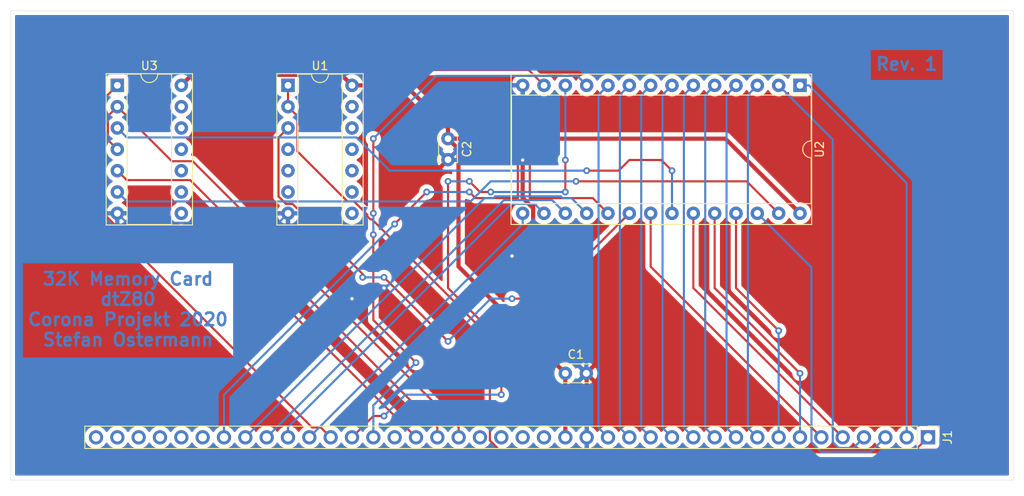
<source format=kicad_pcb>
(kicad_pcb (version 20171130) (host pcbnew 5.1.9+dfsg1-1)

  (general
    (thickness 1.6)
    (drawings 6)
    (tracks 220)
    (zones 0)
    (modules 6)
    (nets 44)
  )

  (page A4)
  (layers
    (0 F.Cu signal)
    (31 B.Cu signal)
    (32 B.Adhes user)
    (33 F.Adhes user)
    (34 B.Paste user)
    (35 F.Paste user)
    (36 B.SilkS user)
    (37 F.SilkS user)
    (38 B.Mask user)
    (39 F.Mask user)
    (40 Dwgs.User user)
    (41 Cmts.User user)
    (42 Eco1.User user)
    (43 Eco2.User user)
    (44 Edge.Cuts user)
    (45 Margin user)
    (46 B.CrtYd user)
    (47 F.CrtYd user)
    (48 B.Fab user)
    (49 F.Fab user)
  )

  (setup
    (last_trace_width 0.25)
    (user_trace_width 0.5)
    (trace_clearance 0.2)
    (zone_clearance 0.508)
    (zone_45_only no)
    (trace_min 0.2)
    (via_size 0.8)
    (via_drill 0.4)
    (via_min_size 0.4)
    (via_min_drill 0.3)
    (uvia_size 0.3)
    (uvia_drill 0.1)
    (uvias_allowed no)
    (uvia_min_size 0.2)
    (uvia_min_drill 0.1)
    (edge_width 0.05)
    (segment_width 0.2)
    (pcb_text_width 0.3)
    (pcb_text_size 1.5 1.5)
    (mod_edge_width 0.12)
    (mod_text_size 1 1)
    (mod_text_width 0.15)
    (pad_size 1.524 1.524)
    (pad_drill 0.762)
    (pad_to_mask_clearance 0)
    (aux_axis_origin 0 0)
    (visible_elements FFFFFF7F)
    (pcbplotparams
      (layerselection 0x010f0_ffffffff)
      (usegerberextensions false)
      (usegerberattributes false)
      (usegerberadvancedattributes false)
      (creategerberjobfile false)
      (excludeedgelayer true)
      (linewidth 0.100000)
      (plotframeref false)
      (viasonmask false)
      (mode 1)
      (useauxorigin false)
      (hpglpennumber 1)
      (hpglpenspeed 20)
      (hpglpendiameter 15.000000)
      (psnegative false)
      (psa4output false)
      (plotreference true)
      (plotvalue false)
      (plotinvisibletext false)
      (padsonsilk true)
      (subtractmaskfromsilk false)
      (outputformat 1)
      (mirror false)
      (drillshape 0)
      (scaleselection 1)
      (outputdirectory "../../gerber-memory/"))
  )

  (net 0 "")
  (net 1 GND)
  (net 2 +5V)
  (net 3 "Net-(J1-Pad40)")
  (net 4 "Net-(J1-Pad39)")
  (net 5 "Net-(J1-Pad38)")
  (net 6 "Net-(J1-Pad37)")
  (net 7 "Net-(J1-Pad36)")
  (net 8 "Net-(J1-Pad35)")
  (net 9 /D7)
  (net 10 /D6)
  (net 11 /D5)
  (net 12 /D4)
  (net 13 /D3)
  (net 14 /D2)
  (net 15 /D1)
  (net 16 /D0)
  (net 17 /IORQ)
  (net 18 /RD)
  (net 19 /WR)
  (net 20 /MREQ)
  (net 21 /INT)
  (net 22 /CLK)
  (net 23 /RESET)
  (net 24 /M1)
  (net 25 /A0)
  (net 26 /A1)
  (net 27 /A2)
  (net 28 /A3)
  (net 29 /A4)
  (net 30 /A5)
  (net 31 /A6)
  (net 32 /A7)
  (net 33 /A8)
  (net 34 /A9)
  (net 35 /A10)
  (net 36 /A11)
  (net 37 /A12)
  (net 38 /A13)
  (net 39 /A14)
  (net 40 /A15)
  (net 41 "Net-(U1-Pad3)")
  (net 42 "Net-(U2-Pad27)")
  (net 43 "Net-(U2-Pad22)")

  (net_class Default "This is the default net class."
    (clearance 0.2)
    (trace_width 0.25)
    (via_dia 0.8)
    (via_drill 0.4)
    (uvia_dia 0.3)
    (uvia_drill 0.1)
    (add_net +5V)
    (add_net /A0)
    (add_net /A1)
    (add_net /A10)
    (add_net /A11)
    (add_net /A12)
    (add_net /A13)
    (add_net /A14)
    (add_net /A15)
    (add_net /A2)
    (add_net /A3)
    (add_net /A4)
    (add_net /A5)
    (add_net /A6)
    (add_net /A7)
    (add_net /A8)
    (add_net /A9)
    (add_net /CLK)
    (add_net /D0)
    (add_net /D1)
    (add_net /D2)
    (add_net /D3)
    (add_net /D4)
    (add_net /D5)
    (add_net /D6)
    (add_net /D7)
    (add_net /INT)
    (add_net /IORQ)
    (add_net /M1)
    (add_net /MREQ)
    (add_net /RD)
    (add_net /RESET)
    (add_net /WR)
    (add_net GND)
    (add_net "Net-(J1-Pad35)")
    (add_net "Net-(J1-Pad36)")
    (add_net "Net-(J1-Pad37)")
    (add_net "Net-(J1-Pad38)")
    (add_net "Net-(J1-Pad39)")
    (add_net "Net-(J1-Pad40)")
    (add_net "Net-(U1-Pad3)")
    (add_net "Net-(U2-Pad22)")
    (add_net "Net-(U2-Pad27)")
  )

  (module Package_DIP:DIP-14_W7.62mm_Socket (layer F.Cu) (tedit 5A02E8C5) (tstamp 5FD9647E)
    (at 87.63 104.14)
    (descr "14-lead though-hole mounted DIP package, row spacing 7.62 mm (300 mils), Socket")
    (tags "THT DIP DIL PDIP 2.54mm 7.62mm 300mil Socket")
    (path /5FF8DC1F)
    (fp_text reference U3 (at 3.81 -2.33) (layer F.SilkS)
      (effects (font (size 1 1) (thickness 0.15)))
    )
    (fp_text value 74LS32 (at 3.81 17.57) (layer F.Fab)
      (effects (font (size 1 1) (thickness 0.15)))
    )
    (fp_line (start 9.15 -1.6) (end -1.55 -1.6) (layer F.CrtYd) (width 0.05))
    (fp_line (start 9.15 16.85) (end 9.15 -1.6) (layer F.CrtYd) (width 0.05))
    (fp_line (start -1.55 16.85) (end 9.15 16.85) (layer F.CrtYd) (width 0.05))
    (fp_line (start -1.55 -1.6) (end -1.55 16.85) (layer F.CrtYd) (width 0.05))
    (fp_line (start 8.95 -1.39) (end -1.33 -1.39) (layer F.SilkS) (width 0.12))
    (fp_line (start 8.95 16.63) (end 8.95 -1.39) (layer F.SilkS) (width 0.12))
    (fp_line (start -1.33 16.63) (end 8.95 16.63) (layer F.SilkS) (width 0.12))
    (fp_line (start -1.33 -1.39) (end -1.33 16.63) (layer F.SilkS) (width 0.12))
    (fp_line (start 6.46 -1.33) (end 4.81 -1.33) (layer F.SilkS) (width 0.12))
    (fp_line (start 6.46 16.57) (end 6.46 -1.33) (layer F.SilkS) (width 0.12))
    (fp_line (start 1.16 16.57) (end 6.46 16.57) (layer F.SilkS) (width 0.12))
    (fp_line (start 1.16 -1.33) (end 1.16 16.57) (layer F.SilkS) (width 0.12))
    (fp_line (start 2.81 -1.33) (end 1.16 -1.33) (layer F.SilkS) (width 0.12))
    (fp_line (start 8.89 -1.33) (end -1.27 -1.33) (layer F.Fab) (width 0.1))
    (fp_line (start 8.89 16.57) (end 8.89 -1.33) (layer F.Fab) (width 0.1))
    (fp_line (start -1.27 16.57) (end 8.89 16.57) (layer F.Fab) (width 0.1))
    (fp_line (start -1.27 -1.33) (end -1.27 16.57) (layer F.Fab) (width 0.1))
    (fp_line (start 0.635 -0.27) (end 1.635 -1.27) (layer F.Fab) (width 0.1))
    (fp_line (start 0.635 16.51) (end 0.635 -0.27) (layer F.Fab) (width 0.1))
    (fp_line (start 6.985 16.51) (end 0.635 16.51) (layer F.Fab) (width 0.1))
    (fp_line (start 6.985 -1.27) (end 6.985 16.51) (layer F.Fab) (width 0.1))
    (fp_line (start 1.635 -1.27) (end 6.985 -1.27) (layer F.Fab) (width 0.1))
    (fp_text user %R (at 3.81 7.62) (layer F.Fab)
      (effects (font (size 1 1) (thickness 0.15)))
    )
    (fp_arc (start 3.81 -1.33) (end 2.81 -1.33) (angle -180) (layer F.SilkS) (width 0.12))
    (pad 14 thru_hole oval (at 7.62 0) (size 1.6 1.6) (drill 0.8) (layers *.Cu *.Mask)
      (net 2 +5V))
    (pad 7 thru_hole oval (at 0 15.24) (size 1.6 1.6) (drill 0.8) (layers *.Cu *.Mask)
      (net 1 GND))
    (pad 13 thru_hole oval (at 7.62 2.54) (size 1.6 1.6) (drill 0.8) (layers *.Cu *.Mask))
    (pad 6 thru_hole oval (at 0 12.7) (size 1.6 1.6) (drill 0.8) (layers *.Cu *.Mask)
      (net 42 "Net-(U2-Pad27)"))
    (pad 12 thru_hole oval (at 7.62 5.08) (size 1.6 1.6) (drill 0.8) (layers *.Cu *.Mask))
    (pad 5 thru_hole oval (at 0 10.16) (size 1.6 1.6) (drill 0.8) (layers *.Cu *.Mask)
      (net 19 /WR))
    (pad 11 thru_hole oval (at 7.62 7.62) (size 1.6 1.6) (drill 0.8) (layers *.Cu *.Mask))
    (pad 4 thru_hole oval (at 0 7.62) (size 1.6 1.6) (drill 0.8) (layers *.Cu *.Mask)
      (net 20 /MREQ))
    (pad 10 thru_hole oval (at 7.62 10.16) (size 1.6 1.6) (drill 0.8) (layers *.Cu *.Mask))
    (pad 3 thru_hole oval (at 0 5.08) (size 1.6 1.6) (drill 0.8) (layers *.Cu *.Mask)
      (net 43 "Net-(U2-Pad22)"))
    (pad 9 thru_hole oval (at 7.62 12.7) (size 1.6 1.6) (drill 0.8) (layers *.Cu *.Mask))
    (pad 2 thru_hole oval (at 0 2.54) (size 1.6 1.6) (drill 0.8) (layers *.Cu *.Mask)
      (net 20 /MREQ))
    (pad 8 thru_hole oval (at 7.62 15.24) (size 1.6 1.6) (drill 0.8) (layers *.Cu *.Mask))
    (pad 1 thru_hole rect (at 0 0) (size 1.6 1.6) (drill 0.8) (layers *.Cu *.Mask)
      (net 18 /RD))
    (model ${KISYS3DMOD}/Package_DIP.3dshapes/DIP-14_W7.62mm_Socket.wrl
      (at (xyz 0 0 0))
      (scale (xyz 1 1 1))
      (rotate (xyz 0 0 0))
    )
  )

  (module Package_DIP:DIP-28_W15.24mm_Socket (layer F.Cu) (tedit 5A02E8C5) (tstamp 5FD96454)
    (at 168.91 104.14 270)
    (descr "28-lead though-hole mounted DIP package, row spacing 15.24 mm (600 mils), Socket")
    (tags "THT DIP DIL PDIP 2.54mm 15.24mm 600mil Socket")
    (path /5FDAEFE3)
    (fp_text reference U2 (at 7.62 -2.33 90) (layer F.SilkS)
      (effects (font (size 1 1) (thickness 0.15)))
    )
    (fp_text value HM62256 (at 7.62 35.35 90) (layer F.Fab)
      (effects (font (size 1 1) (thickness 0.15)))
    )
    (fp_line (start 16.8 -1.6) (end -1.55 -1.6) (layer F.CrtYd) (width 0.05))
    (fp_line (start 16.8 34.65) (end 16.8 -1.6) (layer F.CrtYd) (width 0.05))
    (fp_line (start -1.55 34.65) (end 16.8 34.65) (layer F.CrtYd) (width 0.05))
    (fp_line (start -1.55 -1.6) (end -1.55 34.65) (layer F.CrtYd) (width 0.05))
    (fp_line (start 16.57 -1.39) (end -1.33 -1.39) (layer F.SilkS) (width 0.12))
    (fp_line (start 16.57 34.41) (end 16.57 -1.39) (layer F.SilkS) (width 0.12))
    (fp_line (start -1.33 34.41) (end 16.57 34.41) (layer F.SilkS) (width 0.12))
    (fp_line (start -1.33 -1.39) (end -1.33 34.41) (layer F.SilkS) (width 0.12))
    (fp_line (start 14.08 -1.33) (end 8.62 -1.33) (layer F.SilkS) (width 0.12))
    (fp_line (start 14.08 34.35) (end 14.08 -1.33) (layer F.SilkS) (width 0.12))
    (fp_line (start 1.16 34.35) (end 14.08 34.35) (layer F.SilkS) (width 0.12))
    (fp_line (start 1.16 -1.33) (end 1.16 34.35) (layer F.SilkS) (width 0.12))
    (fp_line (start 6.62 -1.33) (end 1.16 -1.33) (layer F.SilkS) (width 0.12))
    (fp_line (start 16.51 -1.33) (end -1.27 -1.33) (layer F.Fab) (width 0.1))
    (fp_line (start 16.51 34.35) (end 16.51 -1.33) (layer F.Fab) (width 0.1))
    (fp_line (start -1.27 34.35) (end 16.51 34.35) (layer F.Fab) (width 0.1))
    (fp_line (start -1.27 -1.33) (end -1.27 34.35) (layer F.Fab) (width 0.1))
    (fp_line (start 0.255 -0.27) (end 1.255 -1.27) (layer F.Fab) (width 0.1))
    (fp_line (start 0.255 34.29) (end 0.255 -0.27) (layer F.Fab) (width 0.1))
    (fp_line (start 14.985 34.29) (end 0.255 34.29) (layer F.Fab) (width 0.1))
    (fp_line (start 14.985 -1.27) (end 14.985 34.29) (layer F.Fab) (width 0.1))
    (fp_line (start 1.255 -1.27) (end 14.985 -1.27) (layer F.Fab) (width 0.1))
    (fp_text user %R (at 7.62 16.51 90) (layer F.Fab)
      (effects (font (size 1 1) (thickness 0.15)))
    )
    (fp_arc (start 7.62 -1.33) (end 6.62 -1.33) (angle -180) (layer F.SilkS) (width 0.12))
    (pad 28 thru_hole oval (at 15.24 0 270) (size 1.6 1.6) (drill 0.8) (layers *.Cu *.Mask)
      (net 2 +5V))
    (pad 14 thru_hole oval (at 0 33.02 270) (size 1.6 1.6) (drill 0.8) (layers *.Cu *.Mask)
      (net 1 GND))
    (pad 27 thru_hole oval (at 15.24 2.54 270) (size 1.6 1.6) (drill 0.8) (layers *.Cu *.Mask)
      (net 42 "Net-(U2-Pad27)"))
    (pad 13 thru_hole oval (at 0 30.48 270) (size 1.6 1.6) (drill 0.8) (layers *.Cu *.Mask)
      (net 14 /D2))
    (pad 26 thru_hole oval (at 15.24 5.08 270) (size 1.6 1.6) (drill 0.8) (layers *.Cu *.Mask)
      (net 38 /A13))
    (pad 12 thru_hole oval (at 0 27.94 270) (size 1.6 1.6) (drill 0.8) (layers *.Cu *.Mask)
      (net 15 /D1))
    (pad 25 thru_hole oval (at 15.24 7.62 270) (size 1.6 1.6) (drill 0.8) (layers *.Cu *.Mask)
      (net 33 /A8))
    (pad 11 thru_hole oval (at 0 25.4 270) (size 1.6 1.6) (drill 0.8) (layers *.Cu *.Mask)
      (net 16 /D0))
    (pad 24 thru_hole oval (at 15.24 10.16 270) (size 1.6 1.6) (drill 0.8) (layers *.Cu *.Mask)
      (net 34 /A9))
    (pad 10 thru_hole oval (at 0 22.86 270) (size 1.6 1.6) (drill 0.8) (layers *.Cu *.Mask)
      (net 25 /A0))
    (pad 23 thru_hole oval (at 15.24 12.7 270) (size 1.6 1.6) (drill 0.8) (layers *.Cu *.Mask)
      (net 36 /A11))
    (pad 9 thru_hole oval (at 0 20.32 270) (size 1.6 1.6) (drill 0.8) (layers *.Cu *.Mask)
      (net 26 /A1))
    (pad 22 thru_hole oval (at 15.24 15.24 270) (size 1.6 1.6) (drill 0.8) (layers *.Cu *.Mask)
      (net 43 "Net-(U2-Pad22)"))
    (pad 8 thru_hole oval (at 0 17.78 270) (size 1.6 1.6) (drill 0.8) (layers *.Cu *.Mask)
      (net 27 /A2))
    (pad 21 thru_hole oval (at 15.24 17.78 270) (size 1.6 1.6) (drill 0.8) (layers *.Cu *.Mask)
      (net 35 /A10))
    (pad 7 thru_hole oval (at 0 15.24 270) (size 1.6 1.6) (drill 0.8) (layers *.Cu *.Mask)
      (net 28 /A3))
    (pad 20 thru_hole oval (at 15.24 20.32 270) (size 1.6 1.6) (drill 0.8) (layers *.Cu *.Mask)
      (net 41 "Net-(U1-Pad3)"))
    (pad 6 thru_hole oval (at 0 12.7 270) (size 1.6 1.6) (drill 0.8) (layers *.Cu *.Mask)
      (net 29 /A4))
    (pad 19 thru_hole oval (at 15.24 22.86 270) (size 1.6 1.6) (drill 0.8) (layers *.Cu *.Mask)
      (net 9 /D7))
    (pad 5 thru_hole oval (at 0 10.16 270) (size 1.6 1.6) (drill 0.8) (layers *.Cu *.Mask)
      (net 30 /A5))
    (pad 18 thru_hole oval (at 15.24 25.4 270) (size 1.6 1.6) (drill 0.8) (layers *.Cu *.Mask)
      (net 10 /D6))
    (pad 4 thru_hole oval (at 0 7.62 270) (size 1.6 1.6) (drill 0.8) (layers *.Cu *.Mask)
      (net 31 /A6))
    (pad 17 thru_hole oval (at 15.24 27.94 270) (size 1.6 1.6) (drill 0.8) (layers *.Cu *.Mask)
      (net 11 /D5))
    (pad 3 thru_hole oval (at 0 5.08 270) (size 1.6 1.6) (drill 0.8) (layers *.Cu *.Mask)
      (net 32 /A7))
    (pad 16 thru_hole oval (at 15.24 30.48 270) (size 1.6 1.6) (drill 0.8) (layers *.Cu *.Mask)
      (net 12 /D4))
    (pad 2 thru_hole oval (at 0 2.54 270) (size 1.6 1.6) (drill 0.8) (layers *.Cu *.Mask)
      (net 37 /A12))
    (pad 15 thru_hole oval (at 15.24 33.02 270) (size 1.6 1.6) (drill 0.8) (layers *.Cu *.Mask)
      (net 13 /D3))
    (pad 1 thru_hole rect (at 0 0 270) (size 1.6 1.6) (drill 0.8) (layers *.Cu *.Mask)
      (net 39 /A14))
    (model ${KISYS3DMOD}/Package_DIP.3dshapes/DIP-28_W15.24mm_Socket.wrl
      (at (xyz 0 0 0))
      (scale (xyz 1 1 1))
      (rotate (xyz 0 0 0))
    )
  )

  (module Package_DIP:DIP-14_W7.62mm_Socket (layer F.Cu) (tedit 5A02E8C5) (tstamp 5FD9641C)
    (at 107.95 104.14)
    (descr "14-lead though-hole mounted DIP package, row spacing 7.62 mm (300 mils), Socket")
    (tags "THT DIP DIL PDIP 2.54mm 7.62mm 300mil Socket")
    (path /5FF2F1D4)
    (fp_text reference U1 (at 3.81 -2.33) (layer F.SilkS)
      (effects (font (size 1 1) (thickness 0.15)))
    )
    (fp_text value 74LS00 (at 3.81 17.57) (layer F.Fab)
      (effects (font (size 1 1) (thickness 0.15)))
    )
    (fp_line (start 9.15 -1.6) (end -1.55 -1.6) (layer F.CrtYd) (width 0.05))
    (fp_line (start 9.15 16.85) (end 9.15 -1.6) (layer F.CrtYd) (width 0.05))
    (fp_line (start -1.55 16.85) (end 9.15 16.85) (layer F.CrtYd) (width 0.05))
    (fp_line (start -1.55 -1.6) (end -1.55 16.85) (layer F.CrtYd) (width 0.05))
    (fp_line (start 8.95 -1.39) (end -1.33 -1.39) (layer F.SilkS) (width 0.12))
    (fp_line (start 8.95 16.63) (end 8.95 -1.39) (layer F.SilkS) (width 0.12))
    (fp_line (start -1.33 16.63) (end 8.95 16.63) (layer F.SilkS) (width 0.12))
    (fp_line (start -1.33 -1.39) (end -1.33 16.63) (layer F.SilkS) (width 0.12))
    (fp_line (start 6.46 -1.33) (end 4.81 -1.33) (layer F.SilkS) (width 0.12))
    (fp_line (start 6.46 16.57) (end 6.46 -1.33) (layer F.SilkS) (width 0.12))
    (fp_line (start 1.16 16.57) (end 6.46 16.57) (layer F.SilkS) (width 0.12))
    (fp_line (start 1.16 -1.33) (end 1.16 16.57) (layer F.SilkS) (width 0.12))
    (fp_line (start 2.81 -1.33) (end 1.16 -1.33) (layer F.SilkS) (width 0.12))
    (fp_line (start 8.89 -1.33) (end -1.27 -1.33) (layer F.Fab) (width 0.1))
    (fp_line (start 8.89 16.57) (end 8.89 -1.33) (layer F.Fab) (width 0.1))
    (fp_line (start -1.27 16.57) (end 8.89 16.57) (layer F.Fab) (width 0.1))
    (fp_line (start -1.27 -1.33) (end -1.27 16.57) (layer F.Fab) (width 0.1))
    (fp_line (start 0.635 -0.27) (end 1.635 -1.27) (layer F.Fab) (width 0.1))
    (fp_line (start 0.635 16.51) (end 0.635 -0.27) (layer F.Fab) (width 0.1))
    (fp_line (start 6.985 16.51) (end 0.635 16.51) (layer F.Fab) (width 0.1))
    (fp_line (start 6.985 -1.27) (end 6.985 16.51) (layer F.Fab) (width 0.1))
    (fp_line (start 1.635 -1.27) (end 6.985 -1.27) (layer F.Fab) (width 0.1))
    (fp_text user %R (at 3.81 0) (layer F.Fab)
      (effects (font (size 1 1) (thickness 0.15)))
    )
    (fp_arc (start 3.81 -1.33) (end 2.81 -1.33) (angle -180) (layer F.SilkS) (width 0.12))
    (pad 14 thru_hole oval (at 7.62 0) (size 1.6 1.6) (drill 0.8) (layers *.Cu *.Mask)
      (net 2 +5V))
    (pad 7 thru_hole oval (at 0 15.24) (size 1.6 1.6) (drill 0.8) (layers *.Cu *.Mask)
      (net 1 GND))
    (pad 13 thru_hole oval (at 7.62 2.54) (size 1.6 1.6) (drill 0.8) (layers *.Cu *.Mask))
    (pad 6 thru_hole oval (at 0 12.7) (size 1.6 1.6) (drill 0.8) (layers *.Cu *.Mask))
    (pad 12 thru_hole oval (at 7.62 5.08) (size 1.6 1.6) (drill 0.8) (layers *.Cu *.Mask))
    (pad 5 thru_hole oval (at 0 10.16) (size 1.6 1.6) (drill 0.8) (layers *.Cu *.Mask))
    (pad 11 thru_hole oval (at 7.62 7.62) (size 1.6 1.6) (drill 0.8) (layers *.Cu *.Mask))
    (pad 4 thru_hole oval (at 0 7.62) (size 1.6 1.6) (drill 0.8) (layers *.Cu *.Mask))
    (pad 10 thru_hole oval (at 7.62 10.16) (size 1.6 1.6) (drill 0.8) (layers *.Cu *.Mask))
    (pad 3 thru_hole oval (at 0 5.08) (size 1.6 1.6) (drill 0.8) (layers *.Cu *.Mask)
      (net 41 "Net-(U1-Pad3)"))
    (pad 9 thru_hole oval (at 7.62 12.7) (size 1.6 1.6) (drill 0.8) (layers *.Cu *.Mask))
    (pad 2 thru_hole oval (at 0 2.54) (size 1.6 1.6) (drill 0.8) (layers *.Cu *.Mask)
      (net 40 /A15))
    (pad 8 thru_hole oval (at 7.62 15.24) (size 1.6 1.6) (drill 0.8) (layers *.Cu *.Mask))
    (pad 1 thru_hole rect (at 0 0) (size 1.6 1.6) (drill 0.8) (layers *.Cu *.Mask)
      (net 40 /A15))
    (model ${KISYS3DMOD}/Package_DIP.3dshapes/DIP-14_W7.62mm_Socket.wrl
      (at (xyz 0 0 0))
      (scale (xyz 1 1 1))
      (rotate (xyz 0 0 0))
    )
  )

  (module Connector_PinHeader_2.54mm:PinHeader_1x40_P2.54mm_Vertical (layer F.Cu) (tedit 59FED5CC) (tstamp 5FD963F2)
    (at 184.15 146.05 270)
    (descr "Through hole straight pin header, 1x40, 2.54mm pitch, single row")
    (tags "Through hole pin header THT 1x40 2.54mm single row")
    (path /5FDACB91)
    (fp_text reference J1 (at 0 -2.33 90) (layer F.SilkS)
      (effects (font (size 1 1) (thickness 0.15)))
    )
    (fp_text value PRPC040SAAN-RC (at 0 101.39 90) (layer F.Fab)
      (effects (font (size 1 1) (thickness 0.15)))
    )
    (fp_line (start 1.8 -1.8) (end -1.8 -1.8) (layer F.CrtYd) (width 0.05))
    (fp_line (start 1.8 100.85) (end 1.8 -1.8) (layer F.CrtYd) (width 0.05))
    (fp_line (start -1.8 100.85) (end 1.8 100.85) (layer F.CrtYd) (width 0.05))
    (fp_line (start -1.8 -1.8) (end -1.8 100.85) (layer F.CrtYd) (width 0.05))
    (fp_line (start -1.33 -1.33) (end 0 -1.33) (layer F.SilkS) (width 0.12))
    (fp_line (start -1.33 0) (end -1.33 -1.33) (layer F.SilkS) (width 0.12))
    (fp_line (start -1.33 1.27) (end 1.33 1.27) (layer F.SilkS) (width 0.12))
    (fp_line (start 1.33 1.27) (end 1.33 100.39) (layer F.SilkS) (width 0.12))
    (fp_line (start -1.33 1.27) (end -1.33 100.39) (layer F.SilkS) (width 0.12))
    (fp_line (start -1.33 100.39) (end 1.33 100.39) (layer F.SilkS) (width 0.12))
    (fp_line (start -1.27 -0.635) (end -0.635 -1.27) (layer F.Fab) (width 0.1))
    (fp_line (start -1.27 100.33) (end -1.27 -0.635) (layer F.Fab) (width 0.1))
    (fp_line (start 1.27 100.33) (end -1.27 100.33) (layer F.Fab) (width 0.1))
    (fp_line (start 1.27 -1.27) (end 1.27 100.33) (layer F.Fab) (width 0.1))
    (fp_line (start -0.635 -1.27) (end 1.27 -1.27) (layer F.Fab) (width 0.1))
    (fp_text user %R (at 0 49.53) (layer F.Fab)
      (effects (font (size 1 1) (thickness 0.15)))
    )
    (pad 40 thru_hole oval (at 0 99.06 270) (size 1.7 1.7) (drill 1) (layers *.Cu *.Mask)
      (net 3 "Net-(J1-Pad40)"))
    (pad 39 thru_hole oval (at 0 96.52 270) (size 1.7 1.7) (drill 1) (layers *.Cu *.Mask)
      (net 4 "Net-(J1-Pad39)"))
    (pad 38 thru_hole oval (at 0 93.98 270) (size 1.7 1.7) (drill 1) (layers *.Cu *.Mask)
      (net 5 "Net-(J1-Pad38)"))
    (pad 37 thru_hole oval (at 0 91.44 270) (size 1.7 1.7) (drill 1) (layers *.Cu *.Mask)
      (net 6 "Net-(J1-Pad37)"))
    (pad 36 thru_hole oval (at 0 88.9 270) (size 1.7 1.7) (drill 1) (layers *.Cu *.Mask)
      (net 7 "Net-(J1-Pad36)"))
    (pad 35 thru_hole oval (at 0 86.36 270) (size 1.7 1.7) (drill 1) (layers *.Cu *.Mask)
      (net 8 "Net-(J1-Pad35)"))
    (pad 34 thru_hole oval (at 0 83.82 270) (size 1.7 1.7) (drill 1) (layers *.Cu *.Mask)
      (net 9 /D7))
    (pad 33 thru_hole oval (at 0 81.28 270) (size 1.7 1.7) (drill 1) (layers *.Cu *.Mask)
      (net 10 /D6))
    (pad 32 thru_hole oval (at 0 78.74 270) (size 1.7 1.7) (drill 1) (layers *.Cu *.Mask)
      (net 11 /D5))
    (pad 31 thru_hole oval (at 0 76.2 270) (size 1.7 1.7) (drill 1) (layers *.Cu *.Mask)
      (net 12 /D4))
    (pad 30 thru_hole oval (at 0 73.66 270) (size 1.7 1.7) (drill 1) (layers *.Cu *.Mask)
      (net 13 /D3))
    (pad 29 thru_hole oval (at 0 71.12 270) (size 1.7 1.7) (drill 1) (layers *.Cu *.Mask)
      (net 14 /D2))
    (pad 28 thru_hole oval (at 0 68.58 270) (size 1.7 1.7) (drill 1) (layers *.Cu *.Mask)
      (net 15 /D1))
    (pad 27 thru_hole oval (at 0 66.04 270) (size 1.7 1.7) (drill 1) (layers *.Cu *.Mask)
      (net 16 /D0))
    (pad 26 thru_hole oval (at 0 63.5 270) (size 1.7 1.7) (drill 1) (layers *.Cu *.Mask)
      (net 17 /IORQ))
    (pad 25 thru_hole oval (at 0 60.96 270) (size 1.7 1.7) (drill 1) (layers *.Cu *.Mask)
      (net 18 /RD))
    (pad 24 thru_hole oval (at 0 58.42 270) (size 1.7 1.7) (drill 1) (layers *.Cu *.Mask)
      (net 19 /WR))
    (pad 23 thru_hole oval (at 0 55.88 270) (size 1.7 1.7) (drill 1) (layers *.Cu *.Mask)
      (net 20 /MREQ))
    (pad 22 thru_hole oval (at 0 53.34 270) (size 1.7 1.7) (drill 1) (layers *.Cu *.Mask)
      (net 21 /INT))
    (pad 21 thru_hole oval (at 0 50.8 270) (size 1.7 1.7) (drill 1) (layers *.Cu *.Mask)
      (net 22 /CLK))
    (pad 20 thru_hole oval (at 0 48.26 270) (size 1.7 1.7) (drill 1) (layers *.Cu *.Mask)
      (net 23 /RESET))
    (pad 19 thru_hole oval (at 0 45.72 270) (size 1.7 1.7) (drill 1) (layers *.Cu *.Mask)
      (net 24 /M1))
    (pad 18 thru_hole oval (at 0 43.18 270) (size 1.7 1.7) (drill 1) (layers *.Cu *.Mask)
      (net 2 +5V))
    (pad 17 thru_hole oval (at 0 40.64 270) (size 1.7 1.7) (drill 1) (layers *.Cu *.Mask)
      (net 1 GND))
    (pad 16 thru_hole oval (at 0 38.1 270) (size 1.7 1.7) (drill 1) (layers *.Cu *.Mask)
      (net 25 /A0))
    (pad 15 thru_hole oval (at 0 35.56 270) (size 1.7 1.7) (drill 1) (layers *.Cu *.Mask)
      (net 26 /A1))
    (pad 14 thru_hole oval (at 0 33.02 270) (size 1.7 1.7) (drill 1) (layers *.Cu *.Mask)
      (net 27 /A2))
    (pad 13 thru_hole oval (at 0 30.48 270) (size 1.7 1.7) (drill 1) (layers *.Cu *.Mask)
      (net 28 /A3))
    (pad 12 thru_hole oval (at 0 27.94 270) (size 1.7 1.7) (drill 1) (layers *.Cu *.Mask)
      (net 29 /A4))
    (pad 11 thru_hole oval (at 0 25.4 270) (size 1.7 1.7) (drill 1) (layers *.Cu *.Mask)
      (net 30 /A5))
    (pad 10 thru_hole oval (at 0 22.86 270) (size 1.7 1.7) (drill 1) (layers *.Cu *.Mask)
      (net 31 /A6))
    (pad 9 thru_hole oval (at 0 20.32 270) (size 1.7 1.7) (drill 1) (layers *.Cu *.Mask)
      (net 32 /A7))
    (pad 8 thru_hole oval (at 0 17.78 270) (size 1.7 1.7) (drill 1) (layers *.Cu *.Mask)
      (net 33 /A8))
    (pad 7 thru_hole oval (at 0 15.24 270) (size 1.7 1.7) (drill 1) (layers *.Cu *.Mask)
      (net 34 /A9))
    (pad 6 thru_hole oval (at 0 12.7 270) (size 1.7 1.7) (drill 1) (layers *.Cu *.Mask)
      (net 35 /A10))
    (pad 5 thru_hole oval (at 0 10.16 270) (size 1.7 1.7) (drill 1) (layers *.Cu *.Mask)
      (net 36 /A11))
    (pad 4 thru_hole oval (at 0 7.62 270) (size 1.7 1.7) (drill 1) (layers *.Cu *.Mask)
      (net 37 /A12))
    (pad 3 thru_hole oval (at 0 5.08 270) (size 1.7 1.7) (drill 1) (layers *.Cu *.Mask)
      (net 38 /A13))
    (pad 2 thru_hole oval (at 0 2.54 270) (size 1.7 1.7) (drill 1) (layers *.Cu *.Mask)
      (net 39 /A14))
    (pad 1 thru_hole rect (at 0 0 270) (size 1.7 1.7) (drill 1) (layers *.Cu *.Mask)
      (net 40 /A15))
    (model ${KISYS3DMOD}/Connector_PinHeader_2.54mm.3dshapes/PinHeader_1x40_P2.54mm_Vertical.wrl
      (at (xyz 0 0 0))
      (scale (xyz 1 1 1))
      (rotate (xyz 0 0 0))
    )
  )

  (module Capacitor_THT:C_Disc_D3.0mm_W2.0mm_P2.50mm (layer F.Cu) (tedit 5AE50EF0) (tstamp 5FD963B6)
    (at 127 110.49 270)
    (descr "C, Disc series, Radial, pin pitch=2.50mm, , diameter*width=3*2mm^2, Capacitor")
    (tags "C Disc series Radial pin pitch 2.50mm  diameter 3mm width 2mm Capacitor")
    (path /5FDB1C59)
    (fp_text reference C2 (at 1.25 -2.25 90) (layer F.SilkS)
      (effects (font (size 1 1) (thickness 0.15)))
    )
    (fp_text value 100nF (at 1.25 2.25 90) (layer F.Fab)
      (effects (font (size 1 1) (thickness 0.15)))
    )
    (fp_line (start 3.55 -1.25) (end -1.05 -1.25) (layer F.CrtYd) (width 0.05))
    (fp_line (start 3.55 1.25) (end 3.55 -1.25) (layer F.CrtYd) (width 0.05))
    (fp_line (start -1.05 1.25) (end 3.55 1.25) (layer F.CrtYd) (width 0.05))
    (fp_line (start -1.05 -1.25) (end -1.05 1.25) (layer F.CrtYd) (width 0.05))
    (fp_line (start 2.87 1.055) (end 2.87 1.12) (layer F.SilkS) (width 0.12))
    (fp_line (start 2.87 -1.12) (end 2.87 -1.055) (layer F.SilkS) (width 0.12))
    (fp_line (start -0.37 1.055) (end -0.37 1.12) (layer F.SilkS) (width 0.12))
    (fp_line (start -0.37 -1.12) (end -0.37 -1.055) (layer F.SilkS) (width 0.12))
    (fp_line (start -0.37 1.12) (end 2.87 1.12) (layer F.SilkS) (width 0.12))
    (fp_line (start -0.37 -1.12) (end 2.87 -1.12) (layer F.SilkS) (width 0.12))
    (fp_line (start 2.75 -1) (end -0.25 -1) (layer F.Fab) (width 0.1))
    (fp_line (start 2.75 1) (end 2.75 -1) (layer F.Fab) (width 0.1))
    (fp_line (start -0.25 1) (end 2.75 1) (layer F.Fab) (width 0.1))
    (fp_line (start -0.25 -1) (end -0.25 1) (layer F.Fab) (width 0.1))
    (fp_text user %R (at 1.25 0 90) (layer F.Fab)
      (effects (font (size 0.6 0.6) (thickness 0.09)))
    )
    (pad 2 thru_hole circle (at 2.5 0 270) (size 1.6 1.6) (drill 0.8) (layers *.Cu *.Mask)
      (net 1 GND))
    (pad 1 thru_hole circle (at 0 0 270) (size 1.6 1.6) (drill 0.8) (layers *.Cu *.Mask)
      (net 2 +5V))
    (model ${KISYS3DMOD}/Capacitor_THT.3dshapes/C_Disc_D3.0mm_W2.0mm_P2.50mm.wrl
      (at (xyz 0 0 0))
      (scale (xyz 1 1 1))
      (rotate (xyz 0 0 0))
    )
  )

  (module Capacitor_THT:C_Disc_D3.0mm_W2.0mm_P2.50mm (layer F.Cu) (tedit 5AE50EF0) (tstamp 5FD963A1)
    (at 140.97 138.43)
    (descr "C, Disc series, Radial, pin pitch=2.50mm, , diameter*width=3*2mm^2, Capacitor")
    (tags "C Disc series Radial pin pitch 2.50mm  diameter 3mm width 2mm Capacitor")
    (path /5FDACBEB)
    (fp_text reference C1 (at 1.25 -2.25) (layer F.SilkS)
      (effects (font (size 1 1) (thickness 0.15)))
    )
    (fp_text value 100nF (at 1.25 2.25) (layer F.Fab)
      (effects (font (size 1 1) (thickness 0.15)))
    )
    (fp_line (start 3.55 -1.25) (end -1.05 -1.25) (layer F.CrtYd) (width 0.05))
    (fp_line (start 3.55 1.25) (end 3.55 -1.25) (layer F.CrtYd) (width 0.05))
    (fp_line (start -1.05 1.25) (end 3.55 1.25) (layer F.CrtYd) (width 0.05))
    (fp_line (start -1.05 -1.25) (end -1.05 1.25) (layer F.CrtYd) (width 0.05))
    (fp_line (start 2.87 1.055) (end 2.87 1.12) (layer F.SilkS) (width 0.12))
    (fp_line (start 2.87 -1.12) (end 2.87 -1.055) (layer F.SilkS) (width 0.12))
    (fp_line (start -0.37 1.055) (end -0.37 1.12) (layer F.SilkS) (width 0.12))
    (fp_line (start -0.37 -1.12) (end -0.37 -1.055) (layer F.SilkS) (width 0.12))
    (fp_line (start -0.37 1.12) (end 2.87 1.12) (layer F.SilkS) (width 0.12))
    (fp_line (start -0.37 -1.12) (end 2.87 -1.12) (layer F.SilkS) (width 0.12))
    (fp_line (start 2.75 -1) (end -0.25 -1) (layer F.Fab) (width 0.1))
    (fp_line (start 2.75 1) (end 2.75 -1) (layer F.Fab) (width 0.1))
    (fp_line (start -0.25 1) (end 2.75 1) (layer F.Fab) (width 0.1))
    (fp_line (start -0.25 -1) (end -0.25 1) (layer F.Fab) (width 0.1))
    (fp_text user %R (at 1.25 0) (layer F.Fab)
      (effects (font (size 0.6 0.6) (thickness 0.09)))
    )
    (pad 2 thru_hole circle (at 2.5 0) (size 1.6 1.6) (drill 0.8) (layers *.Cu *.Mask)
      (net 1 GND))
    (pad 1 thru_hole circle (at 0 0) (size 1.6 1.6) (drill 0.8) (layers *.Cu *.Mask)
      (net 2 +5V))
    (model ${KISYS3DMOD}/Capacitor_THT.3dshapes/C_Disc_D3.0mm_W2.0mm_P2.50mm.wrl
      (at (xyz 0 0 0))
      (scale (xyz 1 1 1))
      (rotate (xyz 0 0 0))
    )
  )

  (gr_text "Rev. 1" (at 181.61 101.6) (layer B.Cu)
    (effects (font (size 1.5 1.5) (thickness 0.3)))
  )
  (gr_text "32K Memory Card\ndtZ80\nCorona Projekt 2020\nStefan Ostermann" (at 88.9 130.81) (layer B.Cu)
    (effects (font (size 1.5 1.5) (thickness 0.3)))
  )
  (gr_line (start 74.93 151.13) (end 194.31 151.13) (layer Edge.Cuts) (width 0.05) (tstamp 5FD96BB3))
  (gr_line (start 74.93 95.25) (end 74.93 151.13) (layer Edge.Cuts) (width 0.05))
  (gr_line (start 194.31 95.25) (end 74.93 95.25) (layer Edge.Cuts) (width 0.05))
  (gr_line (start 194.31 151.13) (end 194.31 95.25) (layer Edge.Cuts) (width 0.05))

  (segment (start 88.755001 120.505001) (end 106.824999 120.505001) (width 0.25) (layer B.Cu) (net 1))
  (segment (start 106.824999 120.505001) (end 107.95 119.38) (width 0.25) (layer B.Cu) (net 1))
  (segment (start 87.63 119.38) (end 88.755001 120.505001) (width 0.25) (layer B.Cu) (net 1))
  (via (at 115.57 129.54) (size 0.8) (drill 0.4) (layers F.Cu B.Cu) (net 1))
  (segment (start 107.95 121.92) (end 115.57 129.54) (width 0.25) (layer F.Cu) (net 1))
  (segment (start 107.95 119.38) (end 107.95 121.92) (width 0.25) (layer F.Cu) (net 1))
  (via (at 119.38 128.27) (size 0.8) (drill 0.4) (layers F.Cu B.Cu) (net 1))
  (segment (start 116.84 128.27) (end 119.38 128.27) (width 0.25) (layer B.Cu) (net 1))
  (segment (start 115.57 129.54) (end 116.84 128.27) (width 0.25) (layer B.Cu) (net 1))
  (segment (start 143.51 138.47) (end 143.47 138.43) (width 0.5) (layer F.Cu) (net 1))
  (segment (start 143.51 146.05) (end 143.51 138.47) (width 0.5) (layer F.Cu) (net 1))
  (via (at 134.62 124.46) (size 0.8) (drill 0.4) (layers F.Cu B.Cu) (net 1))
  (segment (start 143.47 133.31) (end 134.62 124.46) (width 0.5) (layer B.Cu) (net 1))
  (segment (start 143.47 138.43) (end 143.47 133.31) (width 0.5) (layer B.Cu) (net 1))
  (via (at 135.89 113.03) (size 0.8) (drill 0.4) (layers F.Cu B.Cu) (net 1))
  (segment (start 137.140001 118.779999) (end 135.89 117.529998) (width 0.5) (layer F.Cu) (net 1))
  (segment (start 135.89 117.529998) (end 135.89 113.03) (width 0.5) (layer F.Cu) (net 1))
  (segment (start 137.140001 121.939999) (end 137.140001 118.779999) (width 0.5) (layer F.Cu) (net 1))
  (segment (start 134.62 124.46) (end 137.140001 121.939999) (width 0.5) (layer F.Cu) (net 1))
  (segment (start 127.04 113.03) (end 127 112.99) (width 0.5) (layer B.Cu) (net 1))
  (segment (start 135.89 113.03) (end 127.04 113.03) (width 0.5) (layer B.Cu) (net 1))
  (segment (start 140.97 146.05) (end 140.97 138.43) (width 0.5) (layer F.Cu) (net 2))
  (segment (start 128.250001 111.740001) (end 127 110.49) (width 0.5) (layer F.Cu) (net 2))
  (segment (start 128.250001 125.710001) (end 128.250001 111.740001) (width 0.5) (layer F.Cu) (net 2))
  (segment (start 140.97 138.43) (end 128.250001 125.710001) (width 0.5) (layer F.Cu) (net 2))
  (segment (start 127 110.49) (end 127 109.22) (width 0.5) (layer F.Cu) (net 2))
  (segment (start 121.92 104.14) (end 115.57 104.14) (width 0.5) (layer F.Cu) (net 2))
  (segment (start 127 109.22) (end 121.92 104.14) (width 0.5) (layer F.Cu) (net 2))
  (segment (start 160.02 110.49) (end 168.91 119.38) (width 0.5) (layer F.Cu) (net 2))
  (segment (start 127 110.49) (end 160.02 110.49) (width 0.5) (layer F.Cu) (net 2))
  (segment (start 115.57 104.14) (end 114.319989 102.889989) (width 0.5) (layer F.Cu) (net 2))
  (segment (start 114.319989 102.889989) (end 96.500011 102.889989) (width 0.5) (layer F.Cu) (net 2))
  (segment (start 96.500011 102.889989) (end 95.25 104.14) (width 0.5) (layer F.Cu) (net 2))
  (via (at 129.54 116.84) (size 0.8) (drill 0.4) (layers F.Cu B.Cu) (net 9))
  (via (at 124.46 116.84) (size 0.8) (drill 0.4) (layers F.Cu B.Cu) (net 9))
  (segment (start 129.54 116.84) (end 124.46 116.84) (width 0.25) (layer B.Cu) (net 9))
  (via (at 120.65 120.65) (size 0.8) (drill 0.4) (layers F.Cu B.Cu) (net 9))
  (segment (start 124.46 116.84) (end 120.65 120.65) (width 0.25) (layer F.Cu) (net 9))
  (segment (start 100.33 140.97) (end 100.33 146.05) (width 0.25) (layer B.Cu) (net 9))
  (segment (start 120.65 120.65) (end 100.33 140.97) (width 0.25) (layer B.Cu) (net 9))
  (segment (start 130.265002 117.565002) (end 129.54 116.84) (width 0.25) (layer F.Cu) (net 9))
  (segment (start 135.314989 117.565002) (end 130.265002 117.565002) (width 0.25) (layer F.Cu) (net 9))
  (segment (start 135.314989 113.527993) (end 135.314989 117.565002) (width 0.25) (layer F.Cu) (net 9))
  (segment (start 135.164998 112.681998) (end 135.164998 113.378002) (width 0.25) (layer F.Cu) (net 9))
  (segment (start 135.541998 112.304998) (end 135.164998 112.681998) (width 0.25) (layer F.Cu) (net 9))
  (segment (start 135.164998 113.378002) (end 135.314989 113.527993) (width 0.25) (layer F.Cu) (net 9))
  (segment (start 136.738192 112.805188) (end 136.238002 112.304998) (width 0.25) (layer F.Cu) (net 9))
  (segment (start 144.235002 117.565002) (end 136.738192 117.565002) (width 0.25) (layer F.Cu) (net 9))
  (segment (start 146.05 119.38) (end 144.235002 117.565002) (width 0.25) (layer F.Cu) (net 9))
  (segment (start 136.238002 112.304998) (end 135.541998 112.304998) (width 0.25) (layer F.Cu) (net 9))
  (segment (start 136.738192 117.565002) (end 136.738192 112.805188) (width 0.25) (layer F.Cu) (net 9))
  (segment (start 143.51 119.38) (end 141.695001 117.565001) (width 0.25) (layer B.Cu) (net 10))
  (segment (start 141.695001 117.565001) (end 140.621999 117.565001) (width 0.25) (layer B.Cu) (net 10))
  (segment (start 131.354998 117.565002) (end 102.87 146.05) (width 0.25) (layer B.Cu) (net 10))
  (segment (start 140.621999 117.565001) (end 140.411975 117.354977) (width 0.25) (layer B.Cu) (net 10))
  (segment (start 140.411975 117.354977) (end 132.638027 117.354977) (width 0.25) (layer B.Cu) (net 10))
  (segment (start 132.638027 117.354977) (end 132.428002 117.565002) (width 0.25) (layer B.Cu) (net 10))
  (segment (start 132.428002 117.565002) (end 131.354998 117.565002) (width 0.25) (layer B.Cu) (net 10))
  (segment (start 133.655012 117.804988) (end 105.41 146.05) (width 0.25) (layer B.Cu) (net 11))
  (segment (start 139.394988 117.804988) (end 133.655012 117.804988) (width 0.25) (layer B.Cu) (net 11))
  (segment (start 140.97 119.38) (end 139.394988 117.804988) (width 0.25) (layer B.Cu) (net 11))
  (segment (start 107.95 144.847919) (end 107.95 146.05) (width 0.25) (layer B.Cu) (net 12))
  (segment (start 134.54292 118.254999) (end 107.95 144.847919) (width 0.25) (layer B.Cu) (net 12))
  (segment (start 137.304999 118.254999) (end 134.54292 118.254999) (width 0.25) (layer B.Cu) (net 12))
  (segment (start 138.43 119.38) (end 137.304999 118.254999) (width 0.25) (layer B.Cu) (net 12))
  (segment (start 135.89 120.65) (end 110.49 146.05) (width 0.25) (layer B.Cu) (net 13))
  (segment (start 135.89 119.38) (end 135.89 120.65) (width 0.25) (layer B.Cu) (net 13))
  (segment (start 138.43 104.14) (end 136.604977 102.314978) (width 0.25) (layer F.Cu) (net 14))
  (segment (start 136.604977 102.314978) (end 83.105022 102.314978) (width 0.25) (layer F.Cu) (net 14))
  (segment (start 83.105022 102.314978) (end 82.55 102.87) (width 0.25) (layer F.Cu) (net 14))
  (segment (start 110.823586 144.874999) (end 111.854999 144.874999) (width 0.25) (layer F.Cu) (net 14))
  (segment (start 82.55 116.601413) (end 110.823586 144.874999) (width 0.25) (layer F.Cu) (net 14))
  (segment (start 82.55 102.87) (end 82.55 116.601413) (width 0.25) (layer F.Cu) (net 14))
  (segment (start 111.854999 144.874999) (end 113.03 146.05) (width 0.25) (layer F.Cu) (net 14))
  (via (at 140.97 113.03) (size 0.8) (drill 0.4) (layers F.Cu B.Cu) (net 15))
  (segment (start 140.97 104.14) (end 140.97 113.03) (width 0.25) (layer B.Cu) (net 15))
  (via (at 140.97 116.84) (size 0.8) (drill 0.4) (layers F.Cu B.Cu) (net 15))
  (segment (start 140.97 113.03) (end 140.97 116.84) (width 0.25) (layer F.Cu) (net 15))
  (via (at 132.08 116.84) (size 0.8) (drill 0.4) (layers F.Cu B.Cu) (net 15))
  (segment (start 140.97 116.84) (end 132.08 116.84) (width 0.25) (layer B.Cu) (net 15))
  (via (at 129.54 115.57) (size 0.8) (drill 0.4) (layers F.Cu B.Cu) (net 15))
  (segment (start 130.81 116.84) (end 129.54 115.57) (width 0.25) (layer F.Cu) (net 15))
  (segment (start 132.08 116.84) (end 130.81 116.84) (width 0.25) (layer F.Cu) (net 15))
  (via (at 127 115.57) (size 0.8) (drill 0.4) (layers F.Cu B.Cu) (net 15))
  (segment (start 129.54 115.57) (end 127 115.57) (width 0.25) (layer B.Cu) (net 15))
  (segment (start 127 115.57) (end 127 128.27) (width 0.25) (layer F.Cu) (net 15))
  (via (at 133.35 140.97) (size 0.8) (drill 0.4) (layers F.Cu B.Cu) (net 15))
  (segment (start 133.35 134.62) (end 133.35 140.97) (width 0.25) (layer F.Cu) (net 15))
  (segment (start 127 128.27) (end 133.35 134.62) (width 0.25) (layer F.Cu) (net 15))
  (via (at 119.38 143.51) (size 0.8) (drill 0.4) (layers F.Cu B.Cu) (net 15))
  (segment (start 121.92 140.97) (end 119.38 143.51) (width 0.25) (layer B.Cu) (net 15))
  (segment (start 133.35 140.97) (end 121.92 140.97) (width 0.25) (layer B.Cu) (net 15))
  (segment (start 118.11 143.51) (end 115.57 146.05) (width 0.25) (layer F.Cu) (net 15))
  (segment (start 119.38 143.51) (end 118.11 143.51) (width 0.25) (layer F.Cu) (net 15))
  (via (at 118.11 110.49) (size 0.8) (drill 0.4) (layers F.Cu B.Cu) (net 16))
  (segment (start 125.585001 103.014999) (end 118.11 110.49) (width 0.25) (layer B.Cu) (net 16))
  (segment (start 142.384999 103.014999) (end 125.585001 103.014999) (width 0.25) (layer B.Cu) (net 16))
  (segment (start 143.51 104.14) (end 142.384999 103.014999) (width 0.25) (layer B.Cu) (net 16))
  (via (at 118.11 119.38) (size 0.8) (drill 0.4) (layers F.Cu B.Cu) (net 16))
  (segment (start 118.11 110.49) (end 118.11 119.38) (width 0.25) (layer F.Cu) (net 16))
  (via (at 118.11 121.92) (size 0.8) (drill 0.4) (layers F.Cu B.Cu) (net 16))
  (segment (start 118.11 119.38) (end 118.11 121.92) (width 0.25) (layer B.Cu) (net 16))
  (via (at 123.19 137.16) (size 0.8) (drill 0.4) (layers F.Cu B.Cu) (net 16))
  (segment (start 118.11 132.08) (end 123.19 137.16) (width 0.25) (layer F.Cu) (net 16))
  (segment (start 118.11 121.92) (end 118.11 132.08) (width 0.25) (layer F.Cu) (net 16))
  (segment (start 118.11 142.24) (end 118.11 146.05) (width 0.25) (layer B.Cu) (net 16))
  (segment (start 123.19 137.16) (end 118.11 142.24) (width 0.25) (layer B.Cu) (net 16))
  (segment (start 83.82 107.95) (end 87.63 104.14) (width 0.25) (layer F.Cu) (net 18))
  (segment (start 91.044997 124.46) (end 83.82 117.235003) (width 0.25) (layer F.Cu) (net 18))
  (segment (start 83.82 117.235003) (end 83.82 107.95) (width 0.25) (layer F.Cu) (net 18))
  (segment (start 101.6 124.46) (end 91.044997 124.46) (width 0.25) (layer F.Cu) (net 18))
  (segment (start 123.19 146.05) (end 101.6 124.46) (width 0.25) (layer F.Cu) (net 18))
  (segment (start 125.73 144.847919) (end 96.307082 115.425001) (width 0.25) (layer F.Cu) (net 19))
  (segment (start 125.73 146.05) (end 125.73 144.847919) (width 0.25) (layer F.Cu) (net 19))
  (segment (start 96.307082 115.425001) (end 88.755001 115.425001) (width 0.25) (layer F.Cu) (net 19))
  (segment (start 88.755001 115.425001) (end 87.63 114.3) (width 0.25) (layer F.Cu) (net 19))
  (segment (start 96.59708 113.174999) (end 94.124999 113.174999) (width 0.25) (layer F.Cu) (net 20))
  (segment (start 128.27 144.847919) (end 96.59708 113.174999) (width 0.25) (layer F.Cu) (net 20))
  (segment (start 128.27 146.05) (end 128.27 144.847919) (width 0.25) (layer F.Cu) (net 20))
  (segment (start 94.124999 113.174999) (end 87.63 106.68) (width 0.25) (layer F.Cu) (net 20))
  (segment (start 86.504999 110.634999) (end 87.63 111.76) (width 0.25) (layer F.Cu) (net 20))
  (segment (start 86.504999 107.805001) (end 86.504999 110.634999) (width 0.25) (layer F.Cu) (net 20))
  (segment (start 87.63 106.68) (end 86.504999 107.805001) (width 0.25) (layer F.Cu) (net 20))
  (segment (start 144.924999 105.265001) (end 144.924999 144.924999) (width 0.25) (layer B.Cu) (net 25))
  (segment (start 144.924999 144.924999) (end 146.05 146.05) (width 0.25) (layer B.Cu) (net 25))
  (segment (start 146.05 104.14) (end 144.924999 105.265001) (width 0.25) (layer B.Cu) (net 25))
  (segment (start 147.464999 144.924999) (end 148.59 146.05) (width 0.25) (layer B.Cu) (net 26))
  (segment (start 147.464999 105.265001) (end 147.464999 144.924999) (width 0.25) (layer B.Cu) (net 26))
  (segment (start 148.59 104.14) (end 147.464999 105.265001) (width 0.25) (layer B.Cu) (net 26))
  (segment (start 150.004999 144.924999) (end 151.13 146.05) (width 0.25) (layer B.Cu) (net 27))
  (segment (start 150.004999 105.265001) (end 150.004999 144.924999) (width 0.25) (layer B.Cu) (net 27))
  (segment (start 151.13 104.14) (end 150.004999 105.265001) (width 0.25) (layer B.Cu) (net 27))
  (segment (start 152.544999 105.265001) (end 152.544999 144.924999) (width 0.25) (layer B.Cu) (net 28))
  (segment (start 152.544999 144.924999) (end 153.67 146.05) (width 0.25) (layer B.Cu) (net 28))
  (segment (start 153.67 104.14) (end 152.544999 105.265001) (width 0.25) (layer B.Cu) (net 28))
  (segment (start 155.084999 144.924999) (end 156.21 146.05) (width 0.25) (layer B.Cu) (net 29))
  (segment (start 155.084999 105.265001) (end 155.084999 144.924999) (width 0.25) (layer B.Cu) (net 29))
  (segment (start 156.21 104.14) (end 155.084999 105.265001) (width 0.25) (layer B.Cu) (net 29))
  (segment (start 157.624999 144.924999) (end 158.75 146.05) (width 0.25) (layer B.Cu) (net 30))
  (segment (start 157.624999 105.265001) (end 157.624999 144.924999) (width 0.25) (layer B.Cu) (net 30))
  (segment (start 158.75 104.14) (end 157.624999 105.265001) (width 0.25) (layer B.Cu) (net 30))
  (segment (start 160.164999 144.924999) (end 161.29 146.05) (width 0.25) (layer B.Cu) (net 31))
  (segment (start 160.164999 105.265001) (end 160.164999 144.924999) (width 0.25) (layer B.Cu) (net 31))
  (segment (start 161.29 104.14) (end 160.164999 105.265001) (width 0.25) (layer B.Cu) (net 31))
  (segment (start 162.704999 144.924999) (end 163.83 146.05) (width 0.25) (layer B.Cu) (net 32))
  (segment (start 162.704999 105.265001) (end 162.704999 144.924999) (width 0.25) (layer B.Cu) (net 32))
  (segment (start 163.83 104.14) (end 162.704999 105.265001) (width 0.25) (layer B.Cu) (net 32))
  (via (at 166.37 133.35) (size 0.8) (drill 0.4) (layers F.Cu B.Cu) (net 33))
  (segment (start 161.29 128.27) (end 166.37 133.35) (width 0.25) (layer F.Cu) (net 33))
  (segment (start 161.29 119.38) (end 161.29 128.27) (width 0.25) (layer F.Cu) (net 33))
  (segment (start 166.37 133.35) (end 166.37 146.05) (width 0.25) (layer B.Cu) (net 33))
  (via (at 168.91 138.43) (size 0.8) (drill 0.4) (layers F.Cu B.Cu) (net 34))
  (segment (start 158.75 128.27) (end 168.91 138.43) (width 0.25) (layer F.Cu) (net 34))
  (segment (start 158.75 119.38) (end 158.75 128.27) (width 0.25) (layer F.Cu) (net 34))
  (segment (start 168.91 138.43) (end 168.91 146.05) (width 0.25) (layer B.Cu) (net 34))
  (segment (start 151.13 125.73) (end 171.45 146.05) (width 0.25) (layer F.Cu) (net 35))
  (segment (start 151.13 119.38) (end 151.13 125.73) (width 0.25) (layer F.Cu) (net 35))
  (segment (start 156.21 128.27) (end 173.99 146.05) (width 0.25) (layer F.Cu) (net 36))
  (segment (start 156.21 119.38) (end 156.21 128.27) (width 0.25) (layer F.Cu) (net 36))
  (segment (start 175.26 147.32) (end 176.53 146.05) (width 0.25) (layer B.Cu) (net 37))
  (segment (start 173.520998 147.32) (end 175.26 147.32) (width 0.25) (layer B.Cu) (net 37))
  (segment (start 172.814999 110.584999) (end 172.814999 146.614001) (width 0.25) (layer B.Cu) (net 37))
  (segment (start 166.37 104.14) (end 172.814999 110.584999) (width 0.25) (layer B.Cu) (net 37))
  (segment (start 172.814999 146.614001) (end 173.520998 147.32) (width 0.25) (layer B.Cu) (net 37))
  (segment (start 170.274999 146.614001) (end 171.431009 147.770011) (width 0.25) (layer B.Cu) (net 38))
  (segment (start 163.83 119.38) (end 170.274999 125.824999) (width 0.25) (layer B.Cu) (net 38))
  (segment (start 170.274999 125.824999) (end 170.274999 146.614001) (width 0.25) (layer B.Cu) (net 38))
  (segment (start 171.431009 147.770011) (end 177.349989 147.770011) (width 0.25) (layer B.Cu) (net 38))
  (segment (start 177.349989 147.770011) (end 179.07 146.05) (width 0.25) (layer B.Cu) (net 38))
  (segment (start 168.91 104.14) (end 169.96 104.14) (width 0.25) (layer B.Cu) (net 39))
  (segment (start 181.61 115.79) (end 181.61 146.05) (width 0.25) (layer B.Cu) (net 39))
  (segment (start 169.96 104.14) (end 181.61 115.79) (width 0.25) (layer B.Cu) (net 39))
  (segment (start 107.95 106.68) (end 107.95 104.14) (width 0.25) (layer F.Cu) (net 40))
  (segment (start 109.075001 107.805001) (end 107.95 106.68) (width 0.25) (layer F.Cu) (net 40))
  (segment (start 117.384998 119.728002) (end 117.384998 119.529996) (width 0.25) (layer F.Cu) (net 40))
  (segment (start 117.960004 120.105002) (end 117.761998 120.105002) (width 0.25) (layer F.Cu) (net 40))
  (segment (start 115.029999 117.965001) (end 109.075001 112.010003) (width 0.25) (layer F.Cu) (net 40))
  (segment (start 115.820003 117.965001) (end 115.029999 117.965001) (width 0.25) (layer F.Cu) (net 40))
  (segment (start 131.985001 134.129999) (end 117.960004 120.105002) (width 0.25) (layer F.Cu) (net 40))
  (segment (start 117.384998 119.529996) (end 115.820003 117.965001) (width 0.25) (layer F.Cu) (net 40))
  (segment (start 131.985001 146.424003) (end 131.985001 134.129999) (width 0.25) (layer F.Cu) (net 40))
  (segment (start 134.150998 148.59) (end 131.985001 146.424003) (width 0.25) (layer F.Cu) (net 40))
  (segment (start 181.61 148.59) (end 134.150998 148.59) (width 0.25) (layer F.Cu) (net 40))
  (segment (start 117.761998 120.105002) (end 117.384998 119.728002) (width 0.25) (layer F.Cu) (net 40))
  (segment (start 109.075001 112.010003) (end 109.075001 107.805001) (width 0.25) (layer F.Cu) (net 40))
  (segment (start 184.15 146.05) (end 181.61 148.59) (width 0.25) (layer F.Cu) (net 40))
  (via (at 116.84 127) (size 0.8) (drill 0.4) (layers F.Cu B.Cu) (net 41))
  (segment (start 116.84 126.604998) (end 116.84 127) (width 0.25) (layer F.Cu) (net 41))
  (segment (start 108.490001 118.254999) (end 116.84 126.604998) (width 0.25) (layer F.Cu) (net 41))
  (segment (start 107.699997 118.254999) (end 108.490001 118.254999) (width 0.25) (layer F.Cu) (net 41))
  (segment (start 106.824999 117.380001) (end 107.699997 118.254999) (width 0.25) (layer F.Cu) (net 41))
  (segment (start 106.824999 110.345001) (end 106.824999 117.380001) (width 0.25) (layer F.Cu) (net 41))
  (segment (start 107.95 109.22) (end 106.824999 110.345001) (width 0.25) (layer F.Cu) (net 41))
  (via (at 119.38 127) (size 0.8) (drill 0.4) (layers F.Cu B.Cu) (net 41))
  (segment (start 116.84 127) (end 119.38 127) (width 0.25) (layer B.Cu) (net 41))
  (via (at 134.62 129.54) (size 0.8) (drill 0.4) (layers F.Cu B.Cu) (net 41))
  (segment (start 138.43 129.54) (end 134.62 129.54) (width 0.25) (layer F.Cu) (net 41))
  (segment (start 148.59 119.38) (end 138.43 129.54) (width 0.25) (layer F.Cu) (net 41))
  (segment (start 134.62 129.54) (end 132.08 129.54) (width 0.25) (layer B.Cu) (net 41))
  (via (at 127 134.62) (size 0.8) (drill 0.4) (layers F.Cu B.Cu) (net 41))
  (segment (start 132.08 129.54) (end 127 134.62) (width 0.25) (layer B.Cu) (net 41))
  (segment (start 127 134.62) (end 119.38 127) (width 0.25) (layer F.Cu) (net 41))
  (segment (start 88.755001 117.965001) (end 129.684999 117.965001) (width 0.25) (layer B.Cu) (net 42))
  (segment (start 87.63 116.84) (end 88.755001 117.965001) (width 0.25) (layer B.Cu) (net 42))
  (via (at 142.24 115.57) (size 0.8) (drill 0.4) (layers F.Cu B.Cu) (net 42))
  (segment (start 132.08 115.57) (end 142.24 115.57) (width 0.25) (layer B.Cu) (net 42))
  (segment (start 129.684999 117.965001) (end 132.08 115.57) (width 0.25) (layer B.Cu) (net 42))
  (segment (start 162.56 115.57) (end 166.37 119.38) (width 0.25) (layer F.Cu) (net 42))
  (segment (start 142.24 115.57) (end 162.56 115.57) (width 0.25) (layer F.Cu) (net 42))
  (via (at 143.51 114.3) (size 0.8) (drill 0.4) (layers F.Cu B.Cu) (net 43))
  (segment (start 120.065 114.3) (end 143.51 114.3) (width 0.25) (layer B.Cu) (net 43))
  (segment (start 116.110001 110.345001) (end 120.065 114.3) (width 0.25) (layer B.Cu) (net 43))
  (segment (start 88.755001 110.345001) (end 116.110001 110.345001) (width 0.25) (layer B.Cu) (net 43))
  (segment (start 87.63 109.22) (end 88.755001 110.345001) (width 0.25) (layer B.Cu) (net 43))
  (segment (start 143.51 114.3) (end 147.32 114.3) (width 0.25) (layer F.Cu) (net 43))
  (segment (start 147.32 114.3) (end 148.59 113.03) (width 0.25) (layer F.Cu) (net 43))
  (via (at 153.67 114.3) (size 0.8) (drill 0.4) (layers F.Cu B.Cu) (net 43))
  (segment (start 152.4 113.03) (end 153.67 114.3) (width 0.25) (layer F.Cu) (net 43))
  (segment (start 148.59 113.03) (end 152.4 113.03) (width 0.25) (layer F.Cu) (net 43))
  (segment (start 153.67 114.3) (end 153.67 119.38) (width 0.25) (layer B.Cu) (net 43))

  (zone (net 1) (net_name GND) (layer F.Cu) (tstamp 5FD9F61C) (hatch edge 0.508)
    (connect_pads (clearance 0.508))
    (min_thickness 0.254)
    (fill yes (arc_segments 32) (thermal_gap 0.508) (thermal_bridge_width 0.508))
    (polygon
      (pts
        (xy 195.58 152.4) (xy 73.66 152.4) (xy 73.66 93.98) (xy 195.58 93.98)
      )
    )
    (filled_polygon
      (pts
        (xy 193.65 150.47) (xy 75.59 150.47) (xy 75.59 102.87) (xy 81.786324 102.87) (xy 81.79 102.907322)
        (xy 81.790001 116.564081) (xy 81.786324 116.601413) (xy 81.800998 116.750398) (xy 81.844454 116.893659) (xy 81.915026 117.025689)
        (xy 81.965963 117.087755) (xy 82.01 117.141414) (xy 82.038998 117.165212) (xy 109.67941 144.805625) (xy 109.543368 144.896525)
        (xy 109.336525 145.103368) (xy 109.22 145.27776) (xy 109.103475 145.103368) (xy 108.896632 144.896525) (xy 108.653411 144.73401)
        (xy 108.383158 144.622068) (xy 108.09626 144.565) (xy 107.80374 144.565) (xy 107.516842 144.622068) (xy 107.246589 144.73401)
        (xy 107.003368 144.896525) (xy 106.796525 145.103368) (xy 106.68 145.27776) (xy 106.563475 145.103368) (xy 106.356632 144.896525)
        (xy 106.113411 144.73401) (xy 105.843158 144.622068) (xy 105.55626 144.565) (xy 105.26374 144.565) (xy 104.976842 144.622068)
        (xy 104.706589 144.73401) (xy 104.463368 144.896525) (xy 104.256525 145.103368) (xy 104.14 145.27776) (xy 104.023475 145.103368)
        (xy 103.816632 144.896525) (xy 103.573411 144.73401) (xy 103.303158 144.622068) (xy 103.01626 144.565) (xy 102.72374 144.565)
        (xy 102.436842 144.622068) (xy 102.166589 144.73401) (xy 101.923368 144.896525) (xy 101.716525 145.103368) (xy 101.6 145.27776)
        (xy 101.483475 145.103368) (xy 101.276632 144.896525) (xy 101.033411 144.73401) (xy 100.763158 144.622068) (xy 100.47626 144.565)
        (xy 100.18374 144.565) (xy 99.896842 144.622068) (xy 99.626589 144.73401) (xy 99.383368 144.896525) (xy 99.176525 145.103368)
        (xy 99.06 145.27776) (xy 98.943475 145.103368) (xy 98.736632 144.896525) (xy 98.493411 144.73401) (xy 98.223158 144.622068)
        (xy 97.93626 144.565) (xy 97.64374 144.565) (xy 97.356842 144.622068) (xy 97.086589 144.73401) (xy 96.843368 144.896525)
        (xy 96.636525 145.103368) (xy 96.52 145.27776) (xy 96.403475 145.103368) (xy 96.196632 144.896525) (xy 95.953411 144.73401)
        (xy 95.683158 144.622068) (xy 95.39626 144.565) (xy 95.10374 144.565) (xy 94.816842 144.622068) (xy 94.546589 144.73401)
        (xy 94.303368 144.896525) (xy 94.096525 145.103368) (xy 93.98 145.27776) (xy 93.863475 145.103368) (xy 93.656632 144.896525)
        (xy 93.413411 144.73401) (xy 93.143158 144.622068) (xy 92.85626 144.565) (xy 92.56374 144.565) (xy 92.276842 144.622068)
        (xy 92.006589 144.73401) (xy 91.763368 144.896525) (xy 91.556525 145.103368) (xy 91.44 145.27776) (xy 91.323475 145.103368)
        (xy 91.116632 144.896525) (xy 90.873411 144.73401) (xy 90.603158 144.622068) (xy 90.31626 144.565) (xy 90.02374 144.565)
        (xy 89.736842 144.622068) (xy 89.466589 144.73401) (xy 89.223368 144.896525) (xy 89.016525 145.103368) (xy 88.9 145.27776)
        (xy 88.783475 145.103368) (xy 88.576632 144.896525) (xy 88.333411 144.73401) (xy 88.063158 144.622068) (xy 87.77626 144.565)
        (xy 87.48374 144.565) (xy 87.196842 144.622068) (xy 86.926589 144.73401) (xy 86.683368 144.896525) (xy 86.476525 145.103368)
        (xy 86.36 145.27776) (xy 86.243475 145.103368) (xy 86.036632 144.896525) (xy 85.793411 144.73401) (xy 85.523158 144.622068)
        (xy 85.23626 144.565) (xy 84.94374 144.565) (xy 84.656842 144.622068) (xy 84.386589 144.73401) (xy 84.143368 144.896525)
        (xy 83.936525 145.103368) (xy 83.77401 145.346589) (xy 83.662068 145.616842) (xy 83.605 145.90374) (xy 83.605 146.19626)
        (xy 83.662068 146.483158) (xy 83.77401 146.753411) (xy 83.936525 146.996632) (xy 84.143368 147.203475) (xy 84.386589 147.36599)
        (xy 84.656842 147.477932) (xy 84.94374 147.535) (xy 85.23626 147.535) (xy 85.523158 147.477932) (xy 85.793411 147.36599)
        (xy 86.036632 147.203475) (xy 86.243475 146.996632) (xy 86.36 146.82224) (xy 86.476525 146.996632) (xy 86.683368 147.203475)
        (xy 86.926589 147.36599) (xy 87.196842 147.477932) (xy 87.48374 147.535) (xy 87.77626 147.535) (xy 88.063158 147.477932)
        (xy 88.333411 147.36599) (xy 88.576632 147.203475) (xy 88.783475 146.996632) (xy 88.9 146.82224) (xy 89.016525 146.996632)
        (xy 89.223368 147.203475) (xy 89.466589 147.36599) (xy 89.736842 147.477932) (xy 90.02374 147.535) (xy 90.31626 147.535)
        (xy 90.603158 147.477932) (xy 90.873411 147.36599) (xy 91.116632 147.203475) (xy 91.323475 146.996632) (xy 91.44 146.82224)
        (xy 91.556525 146.996632) (xy 91.763368 147.203475) (xy 92.006589 147.36599) (xy 92.276842 147.477932) (xy 92.56374 147.535)
        (xy 92.85626 147.535) (xy 93.143158 147.477932) (xy 93.413411 147.36599) (xy 93.656632 147.203475) (xy 93.863475 146.996632)
        (xy 93.98 146.82224) (xy 94.096525 146.996632) (xy 94.303368 147.203475) (xy 94.546589 147.36599) (xy 94.816842 147.477932)
        (xy 95.10374 147.535) (xy 95.39626 147.535) (xy 95.683158 147.477932) (xy 95.953411 147.36599) (xy 96.196632 147.203475)
        (xy 96.403475 146.996632) (xy 96.52 146.82224) (xy 96.636525 146.996632) (xy 96.843368 147.203475) (xy 97.086589 147.36599)
        (xy 97.356842 147.477932) (xy 97.64374 147.535) (xy 97.93626 147.535) (xy 98.223158 147.477932) (xy 98.493411 147.36599)
        (xy 98.736632 147.203475) (xy 98.943475 146.996632) (xy 99.06 146.82224) (xy 99.176525 146.996632) (xy 99.383368 147.203475)
        (xy 99.626589 147.36599) (xy 99.896842 147.477932) (xy 100.18374 147.535) (xy 100.47626 147.535) (xy 100.763158 147.477932)
        (xy 101.033411 147.36599) (xy 101.276632 147.203475) (xy 101.483475 146.996632) (xy 101.6 146.82224) (xy 101.716525 146.996632)
        (xy 101.923368 147.203475) (xy 102.166589 147.36599) (xy 102.436842 147.477932) (xy 102.72374 147.535) (xy 103.01626 147.535)
        (xy 103.303158 147.477932) (xy 103.573411 147.36599) (xy 103.816632 147.203475) (xy 104.023475 146.996632) (xy 104.14 146.82224)
        (xy 104.256525 146.996632) (xy 104.463368 147.203475) (xy 104.706589 147.36599) (xy 104.976842 147.477932) (xy 105.26374 147.535)
        (xy 105.55626 147.535) (xy 105.843158 147.477932) (xy 106.113411 147.36599) (xy 106.356632 147.203475) (xy 106.563475 146.996632)
        (xy 106.68 146.82224) (xy 106.796525 146.996632) (xy 107.003368 147.203475) (xy 107.246589 147.36599) (xy 107.516842 147.477932)
        (xy 107.80374 147.535) (xy 108.09626 147.535) (xy 108.383158 147.477932) (xy 108.653411 147.36599) (xy 108.896632 147.203475)
        (xy 109.103475 146.996632) (xy 109.22 146.82224) (xy 109.336525 146.996632) (xy 109.543368 147.203475) (xy 109.786589 147.36599)
        (xy 110.056842 147.477932) (xy 110.34374 147.535) (xy 110.63626 147.535) (xy 110.923158 147.477932) (xy 111.193411 147.36599)
        (xy 111.436632 147.203475) (xy 111.643475 146.996632) (xy 111.76 146.82224) (xy 111.876525 146.996632) (xy 112.083368 147.203475)
        (xy 112.326589 147.36599) (xy 112.596842 147.477932) (xy 112.88374 147.535) (xy 113.17626 147.535) (xy 113.463158 147.477932)
        (xy 113.733411 147.36599) (xy 113.976632 147.203475) (xy 114.183475 146.996632) (xy 114.3 146.82224) (xy 114.416525 146.996632)
        (xy 114.623368 147.203475) (xy 114.866589 147.36599) (xy 115.136842 147.477932) (xy 115.42374 147.535) (xy 115.71626 147.535)
        (xy 116.003158 147.477932) (xy 116.273411 147.36599) (xy 116.516632 147.203475) (xy 116.723475 146.996632) (xy 116.84 146.82224)
        (xy 116.956525 146.996632) (xy 117.163368 147.203475) (xy 117.406589 147.36599) (xy 117.676842 147.477932) (xy 117.96374 147.535)
        (xy 118.25626 147.535) (xy 118.543158 147.477932) (xy 118.813411 147.36599) (xy 119.056632 147.203475) (xy 119.263475 146.996632)
        (xy 119.38 146.82224) (xy 119.496525 146.996632) (xy 119.703368 147.203475) (xy 119.946589 147.36599) (xy 120.216842 147.477932)
        (xy 120.50374 147.535) (xy 120.79626 147.535) (xy 121.083158 147.477932) (xy 121.353411 147.36599) (xy 121.596632 147.203475)
        (xy 121.803475 146.996632) (xy 121.92 146.82224) (xy 122.036525 146.996632) (xy 122.243368 147.203475) (xy 122.486589 147.36599)
        (xy 122.756842 147.477932) (xy 123.04374 147.535) (xy 123.33626 147.535) (xy 123.623158 147.477932) (xy 123.893411 147.36599)
        (xy 124.136632 147.203475) (xy 124.343475 146.996632) (xy 124.46 146.82224) (xy 124.576525 146.996632) (xy 124.783368 147.203475)
        (xy 125.026589 147.36599) (xy 125.296842 147.477932) (xy 125.58374 147.535) (xy 125.87626 147.535) (xy 126.163158 147.477932)
        (xy 126.433411 147.36599) (xy 126.676632 147.203475) (xy 126.883475 146.996632) (xy 127 146.82224) (xy 127.116525 146.996632)
        (xy 127.323368 147.203475) (xy 127.566589 147.36599) (xy 127.836842 147.477932) (xy 128.12374 147.535) (xy 128.41626 147.535)
        (xy 128.703158 147.477932) (xy 128.973411 147.36599) (xy 129.216632 147.203475) (xy 129.423475 146.996632) (xy 129.54 146.82224)
        (xy 129.656525 146.996632) (xy 129.863368 147.203475) (xy 130.106589 147.36599) (xy 130.376842 147.477932) (xy 130.66374 147.535)
        (xy 130.95626 147.535) (xy 131.243158 147.477932) (xy 131.513411 147.36599) (xy 131.716492 147.230295) (xy 133.587199 149.101003)
        (xy 133.610997 149.130001) (xy 133.726722 149.224974) (xy 133.858751 149.295546) (xy 134.002012 149.339003) (xy 134.113665 149.35)
        (xy 134.113674 149.35) (xy 134.150997 149.353676) (xy 134.18832 149.35) (xy 181.572678 149.35) (xy 181.61 149.353676)
        (xy 181.647322 149.35) (xy 181.647333 149.35) (xy 181.758986 149.339003) (xy 181.902247 149.295546) (xy 182.034276 149.224974)
        (xy 182.150001 149.130001) (xy 182.173804 149.100997) (xy 183.73673 147.538072) (xy 185 147.538072) (xy 185.124482 147.525812)
        (xy 185.24418 147.489502) (xy 185.354494 147.430537) (xy 185.451185 147.351185) (xy 185.530537 147.254494) (xy 185.589502 147.14418)
        (xy 185.625812 147.024482) (xy 185.638072 146.9) (xy 185.638072 145.2) (xy 185.625812 145.075518) (xy 185.589502 144.95582)
        (xy 185.530537 144.845506) (xy 185.451185 144.748815) (xy 185.354494 144.669463) (xy 185.24418 144.610498) (xy 185.124482 144.574188)
        (xy 185 144.561928) (xy 183.3 144.561928) (xy 183.175518 144.574188) (xy 183.05582 144.610498) (xy 182.945506 144.669463)
        (xy 182.848815 144.748815) (xy 182.769463 144.845506) (xy 182.710498 144.95582) (xy 182.688487 145.02838) (xy 182.556632 144.896525)
        (xy 182.313411 144.73401) (xy 182.043158 144.622068) (xy 181.75626 144.565) (xy 181.46374 144.565) (xy 181.176842 144.622068)
        (xy 180.906589 144.73401) (xy 180.663368 144.896525) (xy 180.456525 145.103368) (xy 180.34 145.27776) (xy 180.223475 145.103368)
        (xy 180.016632 144.896525) (xy 179.773411 144.73401) (xy 179.503158 144.622068) (xy 179.21626 144.565) (xy 178.92374 144.565)
        (xy 178.636842 144.622068) (xy 178.366589 144.73401) (xy 178.123368 144.896525) (xy 177.916525 145.103368) (xy 177.8 145.27776)
        (xy 177.683475 145.103368) (xy 177.476632 144.896525) (xy 177.233411 144.73401) (xy 176.963158 144.622068) (xy 176.67626 144.565)
        (xy 176.38374 144.565) (xy 176.096842 144.622068) (xy 175.826589 144.73401) (xy 175.583368 144.896525) (xy 175.376525 145.103368)
        (xy 175.26 145.27776) (xy 175.143475 145.103368) (xy 174.936632 144.896525) (xy 174.693411 144.73401) (xy 174.423158 144.622068)
        (xy 174.13626 144.565) (xy 173.84374 144.565) (xy 173.623592 144.60879) (xy 156.97 127.955199) (xy 156.97 120.598043)
        (xy 157.124759 120.494637) (xy 157.324637 120.294759) (xy 157.48 120.062241) (xy 157.635363 120.294759) (xy 157.835241 120.494637)
        (xy 157.99 120.598044) (xy 157.990001 128.232668) (xy 157.986324 128.27) (xy 158.000998 128.418985) (xy 158.044454 128.562246)
        (xy 158.115026 128.694276) (xy 158.185379 128.78) (xy 158.21 128.810001) (xy 158.238998 128.833799) (xy 167.875 138.469802)
        (xy 167.875 138.531939) (xy 167.914774 138.731898) (xy 167.992795 138.920256) (xy 168.106063 139.089774) (xy 168.250226 139.233937)
        (xy 168.419744 139.347205) (xy 168.608102 139.425226) (xy 168.808061 139.465) (xy 169.011939 139.465) (xy 169.211898 139.425226)
        (xy 169.400256 139.347205) (xy 169.569774 139.233937) (xy 169.713937 139.089774) (xy 169.827205 138.920256) (xy 169.905226 138.731898)
        (xy 169.945 138.531939) (xy 169.945 138.328061) (xy 169.905226 138.128102) (xy 169.827205 137.939744) (xy 169.713937 137.770226)
        (xy 169.569774 137.626063) (xy 169.400256 137.512795) (xy 169.211898 137.434774) (xy 169.011939 137.395) (xy 168.949802 137.395)
        (xy 159.51 127.955199) (xy 159.51 120.598043) (xy 159.664759 120.494637) (xy 159.864637 120.294759) (xy 160.02 120.062241)
        (xy 160.175363 120.294759) (xy 160.375241 120.494637) (xy 160.53 120.598044) (xy 160.530001 128.232668) (xy 160.526324 128.27)
        (xy 160.540998 128.418985) (xy 160.584454 128.562246) (xy 160.655026 128.694276) (xy 160.725379 128.78) (xy 160.75 128.810001)
        (xy 160.778998 128.833799) (xy 165.335 133.389802) (xy 165.335 133.451939) (xy 165.374774 133.651898) (xy 165.452795 133.840256)
        (xy 165.566063 134.009774) (xy 165.710226 134.153937) (xy 165.879744 134.267205) (xy 166.068102 134.345226) (xy 166.268061 134.385)
        (xy 166.471939 134.385) (xy 166.671898 134.345226) (xy 166.860256 134.267205) (xy 167.029774 134.153937) (xy 167.173937 134.009774)
        (xy 167.287205 133.840256) (xy 167.365226 133.651898) (xy 167.405 133.451939) (xy 167.405 133.248061) (xy 167.365226 133.048102)
        (xy 167.287205 132.859744) (xy 167.173937 132.690226) (xy 167.029774 132.546063) (xy 166.860256 132.432795) (xy 166.671898 132.354774)
        (xy 166.471939 132.315) (xy 166.409802 132.315) (xy 162.05 127.955199) (xy 162.05 120.598043) (xy 162.204759 120.494637)
        (xy 162.404637 120.294759) (xy 162.56 120.062241) (xy 162.715363 120.294759) (xy 162.915241 120.494637) (xy 163.150273 120.65168)
        (xy 163.411426 120.759853) (xy 163.688665 120.815) (xy 163.971335 120.815) (xy 164.248574 120.759853) (xy 164.509727 120.65168)
        (xy 164.744759 120.494637) (xy 164.944637 120.294759) (xy 165.1 120.062241) (xy 165.255363 120.294759) (xy 165.455241 120.494637)
        (xy 165.690273 120.65168) (xy 165.951426 120.759853) (xy 166.228665 120.815) (xy 166.511335 120.815) (xy 166.788574 120.759853)
        (xy 167.049727 120.65168) (xy 167.284759 120.494637) (xy 167.484637 120.294759) (xy 167.64 120.062241) (xy 167.795363 120.294759)
        (xy 167.995241 120.494637) (xy 168.230273 120.65168) (xy 168.491426 120.759853) (xy 168.768665 120.815) (xy 169.051335 120.815)
        (xy 169.328574 120.759853) (xy 169.589727 120.65168) (xy 169.824759 120.494637) (xy 170.024637 120.294759) (xy 170.18168 120.059727)
        (xy 170.289853 119.798574) (xy 170.345 119.521335) (xy 170.345 119.238665) (xy 170.289853 118.961426) (xy 170.18168 118.700273)
        (xy 170.024637 118.465241) (xy 169.824759 118.265363) (xy 169.589727 118.10832) (xy 169.328574 118.000147) (xy 169.051335 117.945)
        (xy 168.768665 117.945) (xy 168.733562 117.951983) (xy 160.676534 109.894956) (xy 160.648817 109.861183) (xy 160.514059 109.750589)
        (xy 160.360313 109.668411) (xy 160.19349 109.617805) (xy 160.063477 109.605) (xy 160.063469 109.605) (xy 160.02 109.600719)
        (xy 159.976531 109.605) (xy 128.134521 109.605) (xy 128.114637 109.575241) (xy 127.914759 109.375363) (xy 127.885 109.355479)
        (xy 127.885 109.263469) (xy 127.889281 109.22) (xy 127.885 109.176531) (xy 127.885 109.176523) (xy 127.872195 109.04651)
        (xy 127.821589 108.879687) (xy 127.739411 108.725941) (xy 127.701707 108.679999) (xy 127.656532 108.624953) (xy 127.65653 108.624951)
        (xy 127.628817 108.591183) (xy 127.595049 108.56347) (xy 123.520619 104.48904) (xy 134.498091 104.48904) (xy 134.59293 104.753881)
        (xy 134.737615 104.995131) (xy 134.926586 105.203519) (xy 135.15258 105.371037) (xy 135.406913 105.491246) (xy 135.540961 105.531904)
        (xy 135.763 105.409915) (xy 135.763 104.267) (xy 134.619376 104.267) (xy 134.498091 104.48904) (xy 123.520619 104.48904)
        (xy 122.576532 103.544954) (xy 122.548817 103.511183) (xy 122.414059 103.400589) (xy 122.260313 103.318411) (xy 122.09349 103.267805)
        (xy 121.963477 103.255) (xy 121.963469 103.255) (xy 121.92 103.250719) (xy 121.876531 103.255) (xy 116.704521 103.255)
        (xy 116.684637 103.225241) (xy 116.534374 103.074978) (xy 134.928614 103.074978) (xy 134.926586 103.076481) (xy 134.737615 103.284869)
        (xy 134.59293 103.526119) (xy 134.498091 103.79096) (xy 134.619376 104.013) (xy 135.763 104.013) (xy 135.763 103.993)
        (xy 136.017 103.993) (xy 136.017 104.013) (xy 136.037 104.013) (xy 136.037 104.267) (xy 136.017 104.267)
        (xy 136.017 105.409915) (xy 136.239039 105.531904) (xy 136.373087 105.491246) (xy 136.62742 105.371037) (xy 136.853414 105.203519)
        (xy 137.042385 104.995131) (xy 137.153933 104.809135) (xy 137.15832 104.819727) (xy 137.315363 105.054759) (xy 137.515241 105.254637)
        (xy 137.750273 105.41168) (xy 138.011426 105.519853) (xy 138.288665 105.575) (xy 138.571335 105.575) (xy 138.848574 105.519853)
        (xy 139.109727 105.41168) (xy 139.344759 105.254637) (xy 139.544637 105.054759) (xy 139.7 104.822241) (xy 139.855363 105.054759)
        (xy 140.055241 105.254637) (xy 140.290273 105.41168) (xy 140.551426 105.519853) (xy 140.828665 105.575) (xy 141.111335 105.575)
        (xy 141.388574 105.519853) (xy 141.649727 105.41168) (xy 141.884759 105.254637) (xy 142.084637 105.054759) (xy 142.24 104.822241)
        (xy 142.395363 105.054759) (xy 142.595241 105.254637) (xy 142.830273 105.41168) (xy 143.091426 105.519853) (xy 143.368665 105.575)
        (xy 143.651335 105.575) (xy 143.928574 105.519853) (xy 144.189727 105.41168) (xy 144.424759 105.254637) (xy 144.624637 105.054759)
        (xy 144.78 104.822241) (xy 144.935363 105.054759) (xy 145.135241 105.254637) (xy 145.370273 105.41168) (xy 145.631426 105.519853)
        (xy 145.908665 105.575) (xy 146.191335 105.575) (xy 146.468574 105.519853) (xy 146.729727 105.41168) (xy 146.964759 105.254637)
        (xy 147.164637 105.054759) (xy 147.32 104.822241) (xy 147.475363 105.054759) (xy 147.675241 105.254637) (xy 147.910273 105.41168)
        (xy 148.171426 105.519853) (xy 148.448665 105.575) (xy 148.731335 105.575) (xy 149.008574 105.519853) (xy 149.269727 105.41168)
        (xy 149.504759 105.254637) (xy 149.704637 105.054759) (xy 149.86 104.822241) (xy 150.015363 105.054759) (xy 150.215241 105.254637)
        (xy 150.450273 105.41168) (xy 150.711426 105.519853) (xy 150.988665 105.575) (xy 151.271335 105.575) (xy 151.548574 105.519853)
        (xy 151.809727 105.41168) (xy 152.044759 105.254637) (xy 152.244637 105.054759) (xy 152.4 104.822241) (xy 152.555363 105.054759)
        (xy 152.755241 105.254637) (xy 152.990273 105.41168) (xy 153.251426 105.519853) (xy 153.528665 105.575) (xy 153.811335 105.575)
        (xy 154.088574 105.519853) (xy 154.349727 105.41168) (xy 154.584759 105.254637) (xy 154.784637 105.054759) (xy 154.94 104.822241)
        (xy 155.095363 105.054759) (xy 155.295241 105.254637) (xy 155.530273 105.41168) (xy 155.791426 105.519853) (xy 156.068665 105.575)
        (xy 156.351335 105.575) (xy 156.628574 105.519853) (xy 156.889727 105.41168) (xy 157.124759 105.254637) (xy 157.324637 105.054759)
        (xy 157.48 104.822241) (xy 157.635363 105.054759) (xy 157.835241 105.254637) (xy 158.070273 105.41168) (xy 158.331426 105.519853)
        (xy 158.608665 105.575) (xy 158.891335 105.575) (xy 159.168574 105.519853) (xy 159.429727 105.41168) (xy 159.664759 105.254637)
        (xy 159.864637 105.054759) (xy 160.02 104.822241) (xy 160.175363 105.054759) (xy 160.375241 105.254637) (xy 160.610273 105.41168)
        (xy 160.871426 105.519853) (xy 161.148665 105.575) (xy 161.431335 105.575) (xy 161.708574 105.519853) (xy 161.969727 105.41168)
        (xy 162.204759 105.254637) (xy 162.404637 105.054759) (xy 162.56 104.822241) (xy 162.715363 105.054759) (xy 162.915241 105.254637)
        (xy 163.150273 105.41168) (xy 163.411426 105.519853) (xy 163.688665 105.575) (xy 163.971335 105.575) (xy 164.248574 105.519853)
        (xy 164.509727 105.41168) (xy 164.744759 105.254637) (xy 164.944637 105.054759) (xy 165.1 104.822241) (xy 165.255363 105.054759)
        (xy 165.455241 105.254637) (xy 165.690273 105.41168) (xy 165.951426 105.519853) (xy 166.228665 105.575) (xy 166.511335 105.575)
        (xy 166.788574 105.519853) (xy 167.049727 105.41168) (xy 167.284759 105.254637) (xy 167.483357 105.056039) (xy 167.484188 105.064482)
        (xy 167.520498 105.18418) (xy 167.579463 105.294494) (xy 167.658815 105.391185) (xy 167.755506 105.470537) (xy 167.86582 105.529502)
        (xy 167.985518 105.565812) (xy 168.11 105.578072) (xy 169.71 105.578072) (xy 169.834482 105.565812) (xy 169.95418 105.529502)
        (xy 170.064494 105.470537) (xy 170.161185 105.391185) (xy 170.240537 105.294494) (xy 170.299502 105.18418) (xy 170.335812 105.064482)
        (xy 170.348072 104.94) (xy 170.348072 103.34) (xy 170.335812 103.215518) (xy 170.299502 103.09582) (xy 170.240537 102.985506)
        (xy 170.161185 102.888815) (xy 170.064494 102.809463) (xy 169.95418 102.750498) (xy 169.834482 102.714188) (xy 169.71 102.701928)
        (xy 168.11 102.701928) (xy 167.985518 102.714188) (xy 167.86582 102.750498) (xy 167.755506 102.809463) (xy 167.658815 102.888815)
        (xy 167.579463 102.985506) (xy 167.520498 103.09582) (xy 167.484188 103.215518) (xy 167.483357 103.223961) (xy 167.284759 103.025363)
        (xy 167.049727 102.86832) (xy 166.788574 102.760147) (xy 166.511335 102.705) (xy 166.228665 102.705) (xy 165.951426 102.760147)
        (xy 165.690273 102.86832) (xy 165.455241 103.025363) (xy 165.255363 103.225241) (xy 165.1 103.457759) (xy 164.944637 103.225241)
        (xy 164.744759 103.025363) (xy 164.509727 102.86832) (xy 164.248574 102.760147) (xy 163.971335 102.705) (xy 163.688665 102.705)
        (xy 163.411426 102.760147) (xy 163.150273 102.86832) (xy 162.915241 103.025363) (xy 162.715363 103.225241) (xy 162.56 103.457759)
        (xy 162.404637 103.225241) (xy 162.204759 103.025363) (xy 161.969727 102.86832) (xy 161.708574 102.760147) (xy 161.431335 102.705)
        (xy 161.148665 102.705) (xy 160.871426 102.760147) (xy 160.610273 102.86832) (xy 160.375241 103.025363) (xy 160.175363 103.225241)
        (xy 160.02 103.457759) (xy 159.864637 103.225241) (xy 159.664759 103.025363) (xy 159.429727 102.86832) (xy 159.168574 102.760147)
        (xy 158.891335 102.705) (xy 158.608665 102.705) (xy 158.331426 102.760147) (xy 158.070273 102.86832) (xy 157.835241 103.025363)
        (xy 157.635363 103.225241) (xy 157.48 103.457759) (xy 157.324637 103.225241) (xy 157.124759 103.025363) (xy 156.889727 102.86832)
        (xy 156.628574 102.760147) (xy 156.351335 102.705) (xy 156.068665 102.705) (xy 155.791426 102.760147) (xy 155.530273 102.86832)
        (xy 155.295241 103.025363) (xy 155.095363 103.225241) (xy 154.94 103.457759) (xy 154.784637 103.225241) (xy 154.584759 103.025363)
        (xy 154.349727 102.86832) (xy 154.088574 102.760147) (xy 153.811335 102.705) (xy 153.528665 102.705) (xy 153.251426 102.760147)
        (xy 152.990273 102.86832) (xy 152.755241 103.025363) (xy 152.555363 103.225241) (xy 152.4 103.457759) (xy 152.244637 103.225241)
        (xy 152.044759 103.025363) (xy 151.809727 102.86832) (xy 151.548574 102.760147) (xy 151.271335 102.705) (xy 150.988665 102.705)
        (xy 150.711426 102.760147) (xy 150.450273 102.86832) (xy 150.215241 103.025363) (xy 150.015363 103.225241) (xy 149.86 103.457759)
        (xy 149.704637 103.225241) (xy 149.504759 103.025363) (xy 149.269727 102.86832) (xy 149.008574 102.760147) (xy 148.731335 102.705)
        (xy 148.448665 102.705) (xy 148.171426 102.760147) (xy 147.910273 102.86832) (xy 147.675241 103.025363) (xy 147.475363 103.225241)
        (xy 147.32 103.457759) (xy 147.164637 103.225241) (xy 146.964759 103.025363) (xy 146.729727 102.86832) (xy 146.468574 102.760147)
        (xy 146.191335 102.705) (xy 145.908665 102.705) (xy 145.631426 102.760147) (xy 145.370273 102.86832) (xy 145.135241 103.025363)
        (xy 144.935363 103.225241) (xy 144.78 103.457759) (xy 144.624637 103.225241) (xy 144.424759 103.025363) (xy 144.189727 102.86832)
        (xy 143.928574 102.760147) (xy 143.651335 102.705) (xy 143.368665 102.705) (xy 143.091426 102.760147) (xy 142.830273 102.86832)
        (xy 142.595241 103.025363) (xy 142.395363 103.225241) (xy 142.24 103.457759) (xy 142.084637 103.225241) (xy 141.884759 103.025363)
        (xy 141.649727 102.86832) (xy 141.388574 102.760147) (xy 141.111335 102.705) (xy 140.828665 102.705) (xy 140.551426 102.760147)
        (xy 140.290273 102.86832) (xy 140.055241 103.025363) (xy 139.855363 103.225241) (xy 139.7 103.457759) (xy 139.544637 103.225241)
        (xy 139.344759 103.025363) (xy 139.109727 102.86832) (xy 138.848574 102.760147) (xy 138.571335 102.705) (xy 138.288665 102.705)
        (xy 138.106113 102.741312) (xy 137.16878 101.80398) (xy 137.144978 101.774977) (xy 137.029253 101.680004) (xy 136.897224 101.609432)
        (xy 136.753963 101.565975) (xy 136.64231 101.554978) (xy 136.642299 101.554978) (xy 136.604977 101.551302) (xy 136.567654 101.554978)
        (xy 83.142347 101.554978) (xy 83.105022 101.551302) (xy 83.067697 101.554978) (xy 83.067689 101.554978) (xy 82.956036 101.565975)
        (xy 82.812775 101.609432) (xy 82.680746 101.680004) (xy 82.565021 101.774977) (xy 82.541222 101.803976) (xy 82.039002 102.306197)
        (xy 82.009999 102.329999) (xy 81.955891 102.39593) (xy 81.915026 102.445724) (xy 81.859462 102.549676) (xy 81.844454 102.577754)
        (xy 81.800997 102.721015) (xy 81.79 102.832668) (xy 81.79 102.832678) (xy 81.786324 102.87) (xy 75.59 102.87)
        (xy 75.59 95.91) (xy 193.650001 95.91)
      )
    )
    (filled_polygon
      (pts
        (xy 150.015363 120.294759) (xy 150.215241 120.494637) (xy 150.37 120.598044) (xy 150.370001 125.692668) (xy 150.366324 125.73)
        (xy 150.370001 125.767333) (xy 150.380998 125.878986) (xy 150.382365 125.883491) (xy 150.424454 126.022246) (xy 150.495026 126.154276)
        (xy 150.562362 126.236324) (xy 150.59 126.270001) (xy 150.618998 126.293799) (xy 168.890198 144.565) (xy 168.76374 144.565)
        (xy 168.476842 144.622068) (xy 168.206589 144.73401) (xy 167.963368 144.896525) (xy 167.756525 145.103368) (xy 167.64 145.27776)
        (xy 167.523475 145.103368) (xy 167.316632 144.896525) (xy 167.073411 144.73401) (xy 166.803158 144.622068) (xy 166.51626 144.565)
        (xy 166.22374 144.565) (xy 165.936842 144.622068) (xy 165.666589 144.73401) (xy 165.423368 144.896525) (xy 165.216525 145.103368)
        (xy 165.1 145.27776) (xy 164.983475 145.103368) (xy 164.776632 144.896525) (xy 164.533411 144.73401) (xy 164.263158 144.622068)
        (xy 163.97626 144.565) (xy 163.68374 144.565) (xy 163.396842 144.622068) (xy 163.126589 144.73401) (xy 162.883368 144.896525)
        (xy 162.676525 145.103368) (xy 162.56 145.27776) (xy 162.443475 145.103368) (xy 162.236632 144.896525) (xy 161.993411 144.73401)
        (xy 161.723158 144.622068) (xy 161.43626 144.565) (xy 161.14374 144.565) (xy 160.856842 144.622068) (xy 160.586589 144.73401)
        (xy 160.343368 144.896525) (xy 160.136525 145.103368) (xy 160.02 145.27776) (xy 159.903475 145.103368) (xy 159.696632 144.896525)
        (xy 159.453411 144.73401) (xy 159.183158 144.622068) (xy 158.89626 144.565) (xy 158.60374 144.565) (xy 158.316842 144.622068)
        (xy 158.046589 144.73401) (xy 157.803368 144.896525) (xy 157.596525 145.103368) (xy 157.48 145.27776) (xy 157.363475 145.103368)
        (xy 157.156632 144.896525) (xy 156.913411 144.73401) (xy 156.643158 144.622068) (xy 156.35626 144.565) (xy 156.06374 144.565)
        (xy 155.776842 144.622068) (xy 155.506589 144.73401) (xy 155.263368 144.896525) (xy 155.056525 145.103368) (xy 154.94 145.27776)
        (xy 154.823475 145.103368) (xy 154.616632 144.896525) (xy 154.373411 144.73401) (xy 154.103158 144.622068) (xy 153.81626 144.565)
        (xy 153.52374 144.565) (xy 153.236842 144.622068) (xy 152.966589 144.73401) (xy 152.723368 144.896525) (xy 152.516525 145.103368)
        (xy 152.4 145.27776) (xy 152.283475 145.103368) (xy 152.076632 144.896525) (xy 151.833411 144.73401) (xy 151.563158 144.622068)
        (xy 151.27626 144.565) (xy 150.98374 144.565) (xy 150.696842 144.622068) (xy 150.426589 144.73401) (xy 150.183368 144.896525)
        (xy 149.976525 145.103368) (xy 149.86 145.27776) (xy 149.743475 145.103368) (xy 149.536632 144.896525) (xy 149.293411 144.73401)
        (xy 149.023158 144.622068) (xy 148.73626 144.565) (xy 148.44374 144.565) (xy 148.156842 144.622068) (xy 147.886589 144.73401)
        (xy 147.643368 144.896525) (xy 147.436525 145.103368) (xy 147.32 145.27776) (xy 147.203475 145.103368) (xy 146.996632 144.896525)
        (xy 146.753411 144.73401) (xy 146.483158 144.622068) (xy 146.19626 144.565) (xy 145.90374 144.565) (xy 145.616842 144.622068)
        (xy 145.346589 144.73401) (xy 145.103368 144.896525) (xy 144.896525 145.103368) (xy 144.774805 145.285534) (xy 144.705178 145.168645)
        (xy 144.510269 144.952412) (xy 144.27692 144.778359) (xy 144.014099 144.653175) (xy 143.86689 144.608524) (xy 143.637 144.729845)
        (xy 143.637 145.923) (xy 143.657 145.923) (xy 143.657 146.177) (xy 143.637 146.177) (xy 143.637 147.370155)
        (xy 143.86689 147.491476) (xy 144.014099 147.446825) (xy 144.27692 147.321641) (xy 144.510269 147.147588) (xy 144.705178 146.931355)
        (xy 144.774805 146.814466) (xy 144.896525 146.996632) (xy 145.103368 147.203475) (xy 145.346589 147.36599) (xy 145.616842 147.477932)
        (xy 145.90374 147.535) (xy 146.19626 147.535) (xy 146.483158 147.477932) (xy 146.753411 147.36599) (xy 146.996632 147.203475)
        (xy 147.203475 146.996632) (xy 147.32 146.82224) (xy 147.436525 146.996632) (xy 147.643368 147.203475) (xy 147.886589 147.36599)
        (xy 148.156842 147.477932) (xy 148.44374 147.535) (xy 148.73626 147.535) (xy 149.023158 147.477932) (xy 149.293411 147.36599)
        (xy 149.536632 147.203475) (xy 149.743475 146.996632) (xy 149.86 146.82224) (xy 149.976525 146.996632) (xy 150.183368 147.203475)
        (xy 150.426589 147.36599) (xy 150.696842 147.477932) (xy 150.98374 147.535) (xy 151.27626 147.535) (xy 151.563158 147.477932)
        (xy 151.833411 147.36599) (xy 152.076632 147.203475) (xy 152.283475 146.996632) (xy 152.4 146.82224) (xy 152.516525 146.996632)
        (xy 152.723368 147.203475) (xy 152.966589 147.36599) (xy 153.236842 147.477932) (xy 153.52374 147.535) (xy 153.81626 147.535)
        (xy 154.103158 147.477932) (xy 154.373411 147.36599) (xy 154.616632 147.203475) (xy 154.823475 146.996632) (xy 154.94 146.82224)
        (xy 155.056525 146.996632) (xy 155.263368 147.203475) (xy 155.506589 147.36599) (xy 155.776842 147.477932) (xy 156.06374 147.535)
        (xy 156.35626 147.535) (xy 156.643158 147.477932) (xy 156.913411 147.36599) (xy 157.156632 147.203475) (xy 157.363475 146.996632)
        (xy 157.48 146.82224) (xy 157.596525 146.996632) (xy 157.803368 147.203475) (xy 158.046589 147.36599) (xy 158.316842 147.477932)
        (xy 158.60374 147.535) (xy 158.89626 147.535) (xy 159.183158 147.477932) (xy 159.453411 147.36599) (xy 159.696632 147.203475)
        (xy 159.903475 146.996632) (xy 160.02 146.82224) (xy 160.136525 146.996632) (xy 160.343368 147.203475) (xy 160.586589 147.36599)
        (xy 160.856842 147.477932) (xy 161.14374 147.535) (xy 161.43626 147.535) (xy 161.723158 147.477932) (xy 161.993411 147.36599)
        (xy 162.236632 147.203475) (xy 162.443475 146.996632) (xy 162.56 146.82224) (xy 162.676525 146.996632) (xy 162.883368 147.203475)
        (xy 163.126589 147.36599) (xy 163.396842 147.477932) (xy 163.68374 147.535) (xy 163.97626 147.535) (xy 164.263158 147.477932)
        (xy 164.533411 147.36599) (xy 164.776632 147.203475) (xy 164.983475 146.996632) (xy 165.1 146.82224) (xy 165.216525 146.996632)
        (xy 165.423368 147.203475) (xy 165.666589 147.36599) (xy 165.936842 147.477932) (xy 166.22374 147.535) (xy 166.51626 147.535)
        (xy 166.803158 147.477932) (xy 167.073411 147.36599) (xy 167.316632 147.203475) (xy 167.523475 146.996632) (xy 167.64 146.82224)
        (xy 167.756525 146.996632) (xy 167.963368 147.203475) (xy 168.206589 147.36599) (xy 168.476842 147.477932) (xy 168.76374 147.535)
        (xy 169.05626 147.535) (xy 169.343158 147.477932) (xy 169.613411 147.36599) (xy 169.856632 147.203475) (xy 170.063475 146.996632)
        (xy 170.18 146.82224) (xy 170.296525 146.996632) (xy 170.503368 147.203475) (xy 170.746589 147.36599) (xy 171.016842 147.477932)
        (xy 171.30374 147.535) (xy 171.59626 147.535) (xy 171.883158 147.477932) (xy 172.153411 147.36599) (xy 172.396632 147.203475)
        (xy 172.603475 146.996632) (xy 172.72 146.82224) (xy 172.836525 146.996632) (xy 173.043368 147.203475) (xy 173.286589 147.36599)
        (xy 173.556842 147.477932) (xy 173.84374 147.535) (xy 174.13626 147.535) (xy 174.423158 147.477932) (xy 174.693411 147.36599)
        (xy 174.936632 147.203475) (xy 175.143475 146.996632) (xy 175.26 146.82224) (xy 175.376525 146.996632) (xy 175.583368 147.203475)
        (xy 175.826589 147.36599) (xy 176.096842 147.477932) (xy 176.38374 147.535) (xy 176.67626 147.535) (xy 176.963158 147.477932)
        (xy 177.233411 147.36599) (xy 177.476632 147.203475) (xy 177.683475 146.996632) (xy 177.8 146.82224) (xy 177.916525 146.996632)
        (xy 178.123368 147.203475) (xy 178.366589 147.36599) (xy 178.636842 147.477932) (xy 178.92374 147.535) (xy 179.21626 147.535)
        (xy 179.503158 147.477932) (xy 179.773411 147.36599) (xy 180.016632 147.203475) (xy 180.223475 146.996632) (xy 180.34 146.82224)
        (xy 180.456525 146.996632) (xy 180.663368 147.203475) (xy 180.906589 147.36599) (xy 181.176842 147.477932) (xy 181.46374 147.535)
        (xy 181.590199 147.535) (xy 181.295199 147.83) (xy 134.4658 147.83) (xy 134.016909 147.381109) (xy 134.053411 147.36599)
        (xy 134.296632 147.203475) (xy 134.503475 146.996632) (xy 134.62 146.82224) (xy 134.736525 146.996632) (xy 134.943368 147.203475)
        (xy 135.186589 147.36599) (xy 135.456842 147.477932) (xy 135.74374 147.535) (xy 136.03626 147.535) (xy 136.323158 147.477932)
        (xy 136.593411 147.36599) (xy 136.836632 147.203475) (xy 137.043475 146.996632) (xy 137.16 146.82224) (xy 137.276525 146.996632)
        (xy 137.483368 147.203475) (xy 137.726589 147.36599) (xy 137.996842 147.477932) (xy 138.28374 147.535) (xy 138.57626 147.535)
        (xy 138.863158 147.477932) (xy 139.133411 147.36599) (xy 139.376632 147.203475) (xy 139.583475 146.996632) (xy 139.7 146.82224)
        (xy 139.816525 146.996632) (xy 140.023368 147.203475) (xy 140.266589 147.36599) (xy 140.536842 147.477932) (xy 140.82374 147.535)
        (xy 141.11626 147.535) (xy 141.403158 147.477932) (xy 141.673411 147.36599) (xy 141.916632 147.203475) (xy 142.123475 146.996632)
        (xy 142.245195 146.814466) (xy 142.314822 146.931355) (xy 142.509731 147.147588) (xy 142.74308 147.321641) (xy 143.005901 147.446825)
        (xy 143.15311 147.491476) (xy 143.383 147.370155) (xy 143.383 146.177) (xy 143.363 146.177) (xy 143.363 145.923)
        (xy 143.383 145.923) (xy 143.383 144.729845) (xy 143.15311 144.608524) (xy 143.005901 144.653175) (xy 142.74308 144.778359)
        (xy 142.509731 144.952412) (xy 142.314822 145.168645) (xy 142.245195 145.285534) (xy 142.123475 145.103368) (xy 141.916632 144.896525)
        (xy 141.855 144.855344) (xy 141.855 139.564521) (xy 141.884759 139.544637) (xy 142.006694 139.422702) (xy 142.656903 139.422702)
        (xy 142.728486 139.666671) (xy 142.983996 139.787571) (xy 143.258184 139.8563) (xy 143.540512 139.870217) (xy 143.82013 139.828787)
        (xy 144.086292 139.733603) (xy 144.211514 139.666671) (xy 144.283097 139.422702) (xy 143.47 138.609605) (xy 142.656903 139.422702)
        (xy 142.006694 139.422702) (xy 142.084637 139.344759) (xy 142.218692 139.144131) (xy 142.233329 139.171514) (xy 142.477298 139.243097)
        (xy 143.290395 138.43) (xy 143.649605 138.43) (xy 144.462702 139.243097) (xy 144.706671 139.171514) (xy 144.827571 138.916004)
        (xy 144.8963 138.641816) (xy 144.910217 138.359488) (xy 144.868787 138.07987) (xy 144.773603 137.813708) (xy 144.706671 137.688486)
        (xy 144.462702 137.616903) (xy 143.649605 138.43) (xy 143.290395 138.43) (xy 142.477298 137.616903) (xy 142.233329 137.688486)
        (xy 142.219676 137.717341) (xy 142.084637 137.515241) (xy 142.006694 137.437298) (xy 142.656903 137.437298) (xy 143.47 138.250395)
        (xy 144.283097 137.437298) (xy 144.211514 137.193329) (xy 143.956004 137.072429) (xy 143.681816 137.0037) (xy 143.399488 136.989783)
        (xy 143.11987 137.031213) (xy 142.853708 137.126397) (xy 142.728486 137.193329) (xy 142.656903 137.437298) (xy 142.006694 137.437298)
        (xy 141.884759 137.315363) (xy 141.649727 137.15832) (xy 141.388574 137.050147) (xy 141.111335 136.995) (xy 140.828665 136.995)
        (xy 140.793562 137.001983) (xy 134.328965 130.537387) (xy 134.518061 130.575) (xy 134.721939 130.575) (xy 134.921898 130.535226)
        (xy 135.110256 130.457205) (xy 135.279774 130.343937) (xy 135.323711 130.3) (xy 138.392678 130.3) (xy 138.43 130.303676)
        (xy 138.467322 130.3) (xy 138.467333 130.3) (xy 138.578986 130.289003) (xy 138.722247 130.245546) (xy 138.854276 130.174974)
        (xy 138.970001 130.080001) (xy 138.993804 130.050997) (xy 148.266114 120.778688) (xy 148.448665 120.815) (xy 148.731335 120.815)
        (xy 149.008574 120.759853) (xy 149.269727 120.65168) (xy 149.504759 120.494637) (xy 149.704637 120.294759) (xy 149.86 120.062241)
      )
    )
    (filled_polygon
      (pts
        (xy 106.511928 104.94) (xy 106.524188 105.064482) (xy 106.560498 105.18418) (xy 106.619463 105.294494) (xy 106.698815 105.391185)
        (xy 106.795506 105.470537) (xy 106.90582 105.529502) (xy 107.025518 105.565812) (xy 107.033961 105.566643) (xy 106.835363 105.765241)
        (xy 106.67832 106.000273) (xy 106.570147 106.261426) (xy 106.515 106.538665) (xy 106.515 106.821335) (xy 106.570147 107.098574)
        (xy 106.67832 107.359727) (xy 106.835363 107.594759) (xy 107.035241 107.794637) (xy 107.267759 107.95) (xy 107.035241 108.105363)
        (xy 106.835363 108.305241) (xy 106.67832 108.540273) (xy 106.570147 108.801426) (xy 106.515 109.078665) (xy 106.515 109.361335)
        (xy 106.551312 109.543887) (xy 106.314001 109.781197) (xy 106.284998 109.805) (xy 106.249039 109.848817) (xy 106.190025 109.920725)
        (xy 106.18536 109.929453) (xy 106.119453 110.052755) (xy 106.075996 110.196016) (xy 106.064999 110.307669) (xy 106.064999 110.307679)
        (xy 106.061323 110.345001) (xy 106.064999 110.382324) (xy 106.065 117.342669) (xy 106.061323 117.380001) (xy 106.065 117.417334)
        (xy 106.075997 117.528987) (xy 106.079558 117.540725) (xy 106.119453 117.672247) (xy 106.190025 117.804277) (xy 106.248067 117.875)
        (xy 106.284999 117.920002) (xy 106.313997 117.9438) (xy 106.844039 118.473843) (xy 106.718963 118.64258) (xy 106.598754 118.896913)
        (xy 106.558096 119.030961) (xy 106.680085 119.253) (xy 107.823 119.253) (xy 107.823 119.233) (xy 108.077 119.233)
        (xy 108.077 119.253) (xy 108.097 119.253) (xy 108.097 119.507) (xy 108.077 119.507) (xy 108.077 120.650624)
        (xy 108.29904 120.771909) (xy 108.563881 120.67707) (xy 108.805131 120.532385) (xy 109.013519 120.343414) (xy 109.181037 120.11742)
        (xy 109.212036 120.051835) (xy 115.848736 126.688536) (xy 115.844774 126.698102) (xy 115.805 126.898061) (xy 115.805 127.101939)
        (xy 115.844774 127.301898) (xy 115.922795 127.490256) (xy 116.036063 127.659774) (xy 116.180226 127.803937) (xy 116.349744 127.917205)
        (xy 116.538102 127.995226) (xy 116.738061 128.035) (xy 116.941939 128.035) (xy 117.141898 127.995226) (xy 117.330256 127.917205)
        (xy 117.350001 127.904012) (xy 117.350001 132.042668) (xy 117.346324 132.08) (xy 117.360998 132.228985) (xy 117.404454 132.372246)
        (xy 117.475026 132.504276) (xy 117.546201 132.591002) (xy 117.57 132.620001) (xy 117.598998 132.643799) (xy 122.155 137.199802)
        (xy 122.155 137.261939) (xy 122.194774 137.461898) (xy 122.272795 137.650256) (xy 122.386063 137.819774) (xy 122.530226 137.963937)
        (xy 122.699744 138.077205) (xy 122.888102 138.155226) (xy 123.088061 138.195) (xy 123.291939 138.195) (xy 123.491898 138.155226)
        (xy 123.680256 138.077205) (xy 123.849774 137.963937) (xy 123.993937 137.819774) (xy 124.107205 137.650256) (xy 124.185226 137.461898)
        (xy 124.225 137.261939) (xy 124.225 137.058061) (xy 124.185226 136.858102) (xy 124.107205 136.669744) (xy 123.993937 136.500226)
        (xy 123.849774 136.356063) (xy 123.680256 136.242795) (xy 123.491898 136.164774) (xy 123.291939 136.125) (xy 123.229802 136.125)
        (xy 118.87 131.765199) (xy 118.87 127.904013) (xy 118.889744 127.917205) (xy 119.078102 127.995226) (xy 119.278061 128.035)
        (xy 119.340199 128.035) (xy 125.965 134.659802) (xy 125.965 134.721939) (xy 126.004774 134.921898) (xy 126.082795 135.110256)
        (xy 126.196063 135.279774) (xy 126.340226 135.423937) (xy 126.509744 135.537205) (xy 126.698102 135.615226) (xy 126.898061 135.655)
        (xy 127.101939 135.655) (xy 127.301898 135.615226) (xy 127.490256 135.537205) (xy 127.659774 135.423937) (xy 127.803937 135.279774)
        (xy 127.917205 135.110256) (xy 127.995226 134.921898) (xy 128.035 134.721939) (xy 128.035 134.518061) (xy 127.995226 134.318102)
        (xy 127.917205 134.129744) (xy 127.803937 133.960226) (xy 127.659774 133.816063) (xy 127.490256 133.702795) (xy 127.301898 133.624774)
        (xy 127.101939 133.585) (xy 127.039802 133.585) (xy 120.415 126.960199) (xy 120.415 126.898061) (xy 120.375226 126.698102)
        (xy 120.297205 126.509744) (xy 120.183937 126.340226) (xy 120.039774 126.196063) (xy 119.870256 126.082795) (xy 119.681898 126.004774)
        (xy 119.481939 125.965) (xy 119.278061 125.965) (xy 119.078102 126.004774) (xy 118.889744 126.082795) (xy 118.87 126.095987)
        (xy 118.87 122.623711) (xy 118.913937 122.579774) (xy 119.027205 122.410256) (xy 119.075021 122.29482) (xy 131.225002 134.444802)
        (xy 131.225001 144.618456) (xy 130.95626 144.565) (xy 130.66374 144.565) (xy 130.376842 144.622068) (xy 130.106589 144.73401)
        (xy 129.863368 144.896525) (xy 129.656525 145.103368) (xy 129.54 145.27776) (xy 129.423475 145.103368) (xy 129.216632 144.896525)
        (xy 129.025913 144.769091) (xy 129.019003 144.698933) (xy 128.975546 144.555672) (xy 128.906878 144.427205) (xy 128.904974 144.423642)
        (xy 128.833799 144.336916) (xy 128.810001 144.307918) (xy 128.781003 144.28412) (xy 104.225922 119.729039) (xy 106.558096 119.729039)
        (xy 106.598754 119.863087) (xy 106.718963 120.11742) (xy 106.886481 120.343414) (xy 107.094869 120.532385) (xy 107.336119 120.67707)
        (xy 107.60096 120.771909) (xy 107.823 120.650624) (xy 107.823 119.507) (xy 106.680085 119.507) (xy 106.558096 119.729039)
        (xy 104.225922 119.729039) (xy 97.160884 112.664002) (xy 97.137081 112.634998) (xy 97.021356 112.540025) (xy 96.889327 112.469453)
        (xy 96.746066 112.425996) (xy 96.634413 112.414999) (xy 96.634402 112.414999) (xy 96.59708 112.411323) (xy 96.559758 112.414999)
        (xy 96.531923 112.414999) (xy 96.629853 112.178574) (xy 96.685 111.901335) (xy 96.685 111.618665) (xy 96.629853 111.341426)
        (xy 96.52168 111.080273) (xy 96.364637 110.845241) (xy 96.164759 110.645363) (xy 95.932241 110.49) (xy 96.164759 110.334637)
        (xy 96.364637 110.134759) (xy 96.52168 109.899727) (xy 96.629853 109.638574) (xy 96.685 109.361335) (xy 96.685 109.078665)
        (xy 96.629853 108.801426) (xy 96.52168 108.540273) (xy 96.364637 108.305241) (xy 96.164759 108.105363) (xy 95.932241 107.95)
        (xy 96.164759 107.794637) (xy 96.364637 107.594759) (xy 96.52168 107.359727) (xy 96.629853 107.098574) (xy 96.685 106.821335)
        (xy 96.685 106.538665) (xy 96.629853 106.261426) (xy 96.52168 106.000273) (xy 96.364637 105.765241) (xy 96.164759 105.565363)
        (xy 95.932241 105.41) (xy 96.164759 105.254637) (xy 96.364637 105.054759) (xy 96.52168 104.819727) (xy 96.629853 104.558574)
        (xy 96.685 104.281335) (xy 96.685 103.998665) (xy 96.678017 103.963561) (xy 96.86659 103.774989) (xy 106.511928 103.774989)
      )
    )
    (filled_polygon
      (pts
        (xy 93.870147 116.421426) (xy 93.815 116.698665) (xy 93.815 116.981335) (xy 93.870147 117.258574) (xy 93.97832 117.519727)
        (xy 94.135363 117.754759) (xy 94.335241 117.954637) (xy 94.567759 118.11) (xy 94.335241 118.265363) (xy 94.135363 118.465241)
        (xy 93.97832 118.700273) (xy 93.870147 118.961426) (xy 93.815 119.238665) (xy 93.815 119.521335) (xy 93.870147 119.798574)
        (xy 93.97832 120.059727) (xy 94.135363 120.294759) (xy 94.335241 120.494637) (xy 94.570273 120.65168) (xy 94.831426 120.759853)
        (xy 95.108665 120.815) (xy 95.391335 120.815) (xy 95.668574 120.759853) (xy 95.929727 120.65168) (xy 96.164759 120.494637)
        (xy 96.364637 120.294759) (xy 96.52168 120.059727) (xy 96.629853 119.798574) (xy 96.685 119.521335) (xy 96.685 119.238665)
        (xy 96.629853 118.961426) (xy 96.52168 118.700273) (xy 96.364637 118.465241) (xy 96.164759 118.265363) (xy 95.932241 118.11)
        (xy 96.164759 117.954637) (xy 96.364637 117.754759) (xy 96.52168 117.519727) (xy 96.629853 117.258574) (xy 96.685 116.981335)
        (xy 96.685 116.87772) (xy 124.743586 144.936307) (xy 124.576525 145.103368) (xy 124.46 145.27776) (xy 124.343475 145.103368)
        (xy 124.136632 144.896525) (xy 123.893411 144.73401) (xy 123.623158 144.622068) (xy 123.33626 144.565) (xy 123.04374 144.565)
        (xy 122.823592 144.60879) (xy 102.163804 123.949003) (xy 102.140001 123.919999) (xy 102.024276 123.825026) (xy 101.892247 123.754454)
        (xy 101.748986 123.710997) (xy 101.637333 123.7) (xy 101.637322 123.7) (xy 101.6 123.696324) (xy 101.562678 123.7)
        (xy 91.359799 123.7) (xy 88.302008 120.642209) (xy 88.485131 120.532385) (xy 88.693519 120.343414) (xy 88.861037 120.11742)
        (xy 88.981246 119.863087) (xy 89.021904 119.729039) (xy 88.899915 119.507) (xy 87.757 119.507) (xy 87.757 119.527)
        (xy 87.503 119.527) (xy 87.503 119.507) (xy 87.483 119.507) (xy 87.483 119.253) (xy 87.503 119.253)
        (xy 87.503 119.233) (xy 87.757 119.233) (xy 87.757 119.253) (xy 88.899915 119.253) (xy 89.021904 119.030961)
        (xy 88.981246 118.896913) (xy 88.861037 118.64258) (xy 88.693519 118.416586) (xy 88.485131 118.227615) (xy 88.299135 118.116067)
        (xy 88.309727 118.11168) (xy 88.544759 117.954637) (xy 88.744637 117.754759) (xy 88.90168 117.519727) (xy 89.009853 117.258574)
        (xy 89.065 116.981335) (xy 89.065 116.698665) (xy 89.009853 116.421426) (xy 88.911923 116.185001) (xy 93.968077 116.185001)
      )
    )
    (filled_polygon
      (pts
        (xy 129.238102 117.835226) (xy 129.438061 117.875) (xy 129.500198 117.875) (xy 129.701203 118.076004) (xy 129.725001 118.105003)
        (xy 129.840726 118.199976) (xy 129.972755 118.270548) (xy 130.116016 118.314005) (xy 130.227669 118.325002) (xy 130.227677 118.325002)
        (xy 130.265002 118.328678) (xy 130.302327 118.325002) (xy 134.915602 118.325002) (xy 134.775363 118.465241) (xy 134.61832 118.700273)
        (xy 134.510147 118.961426) (xy 134.455 119.238665) (xy 134.455 119.521335) (xy 134.510147 119.798574) (xy 134.61832 120.059727)
        (xy 134.775363 120.294759) (xy 134.975241 120.494637) (xy 135.210273 120.65168) (xy 135.471426 120.759853) (xy 135.748665 120.815)
        (xy 136.031335 120.815) (xy 136.308574 120.759853) (xy 136.569727 120.65168) (xy 136.804759 120.494637) (xy 137.004637 120.294759)
        (xy 137.16 120.062241) (xy 137.315363 120.294759) (xy 137.515241 120.494637) (xy 137.750273 120.65168) (xy 138.011426 120.759853)
        (xy 138.288665 120.815) (xy 138.571335 120.815) (xy 138.848574 120.759853) (xy 139.109727 120.65168) (xy 139.344759 120.494637)
        (xy 139.544637 120.294759) (xy 139.7 120.062241) (xy 139.855363 120.294759) (xy 140.055241 120.494637) (xy 140.290273 120.65168)
        (xy 140.551426 120.759853) (xy 140.828665 120.815) (xy 141.111335 120.815) (xy 141.388574 120.759853) (xy 141.649727 120.65168)
        (xy 141.884759 120.494637) (xy 142.084637 120.294759) (xy 142.24 120.062241) (xy 142.395363 120.294759) (xy 142.595241 120.494637)
        (xy 142.830273 120.65168) (xy 143.091426 120.759853) (xy 143.368665 120.815) (xy 143.651335 120.815) (xy 143.928574 120.759853)
        (xy 144.189727 120.65168) (xy 144.424759 120.494637) (xy 144.624637 120.294759) (xy 144.78 120.062241) (xy 144.935363 120.294759)
        (xy 145.135241 120.494637) (xy 145.370273 120.65168) (xy 145.631426 120.759853) (xy 145.908665 120.815) (xy 146.080198 120.815)
        (xy 138.115199 128.78) (xy 135.323711 128.78) (xy 135.279774 128.736063) (xy 135.110256 128.622795) (xy 134.921898 128.544774)
        (xy 134.721939 128.505) (xy 134.518061 128.505) (xy 134.318102 128.544774) (xy 134.129744 128.622795) (xy 133.960226 128.736063)
        (xy 133.816063 128.880226) (xy 133.702795 129.049744) (xy 133.624774 129.238102) (xy 133.585 129.438061) (xy 133.585 129.641939)
        (xy 133.622613 129.831035) (xy 129.135001 125.343423) (xy 129.135001 117.79252)
      )
    )
    (filled_polygon
      (pts
        (xy 125.994513 109.466091) (xy 125.885363 109.575241) (xy 125.72832 109.810273) (xy 125.620147 110.071426) (xy 125.565 110.348665)
        (xy 125.565 110.631335) (xy 125.620147 110.908574) (xy 125.72832 111.169727) (xy 125.885363 111.404759) (xy 126.085241 111.604637)
        (xy 126.285869 111.738692) (xy 126.258486 111.753329) (xy 126.186903 111.997298) (xy 127 112.810395) (xy 127.014143 112.796253)
        (xy 127.193748 112.975858) (xy 127.179605 112.99) (xy 127.193748 113.004143) (xy 127.014143 113.183748) (xy 127 113.169605)
        (xy 126.186903 113.982702) (xy 126.258486 114.226671) (xy 126.513996 114.347571) (xy 126.788184 114.4163) (xy 127.070512 114.430217)
        (xy 127.35013 114.388787) (xy 127.365002 114.383469) (xy 127.365002 114.600913) (xy 127.301898 114.574774) (xy 127.101939 114.535)
        (xy 126.898061 114.535) (xy 126.698102 114.574774) (xy 126.509744 114.652795) (xy 126.340226 114.766063) (xy 126.196063 114.910226)
        (xy 126.082795 115.079744) (xy 126.004774 115.268102) (xy 125.965 115.468061) (xy 125.965 115.671939) (xy 126.004774 115.871898)
        (xy 126.082795 116.060256) (xy 126.196063 116.229774) (xy 126.24 116.273711) (xy 126.240001 127.310197) (xy 120.614803 121.685)
        (xy 120.751939 121.685) (xy 120.951898 121.645226) (xy 121.140256 121.567205) (xy 121.309774 121.453937) (xy 121.453937 121.309774)
        (xy 121.567205 121.140256) (xy 121.645226 120.951898) (xy 121.685 120.751939) (xy 121.685 120.689801) (xy 124.499802 117.875)
        (xy 124.561939 117.875) (xy 124.761898 117.835226) (xy 124.950256 117.757205) (xy 125.119774 117.643937) (xy 125.263937 117.499774)
        (xy 125.377205 117.330256) (xy 125.455226 117.141898) (xy 125.495 116.941939) (xy 125.495 116.738061) (xy 125.455226 116.538102)
        (xy 125.377205 116.349744) (xy 125.263937 116.180226) (xy 125.119774 116.036063) (xy 124.950256 115.922795) (xy 124.761898 115.844774)
        (xy 124.561939 115.805) (xy 124.358061 115.805) (xy 124.158102 115.844774) (xy 123.969744 115.922795) (xy 123.800226 116.036063)
        (xy 123.656063 116.180226) (xy 123.542795 116.349744) (xy 123.464774 116.538102) (xy 123.425 116.738061) (xy 123.425 116.800198)
        (xy 120.610199 119.615) (xy 120.548061 119.615) (xy 120.348102 119.654774) (xy 120.159744 119.732795) (xy 119.990226 119.846063)
        (xy 119.846063 119.990226) (xy 119.732795 120.159744) (xy 119.654774 120.348102) (xy 119.615 120.548061) (xy 119.615 120.685197)
        (xy 118.936223 120.00642) (xy 119.027205 119.870256) (xy 119.105226 119.681898) (xy 119.145 119.481939) (xy 119.145 119.278061)
        (xy 119.105226 119.078102) (xy 119.027205 118.889744) (xy 118.913937 118.720226) (xy 118.87 118.676289) (xy 118.87 113.060512)
        (xy 125.559783 113.060512) (xy 125.601213 113.34013) (xy 125.696397 113.606292) (xy 125.763329 113.731514) (xy 126.007298 113.803097)
        (xy 126.820395 112.99) (xy 126.007298 112.176903) (xy 125.763329 112.248486) (xy 125.642429 112.503996) (xy 125.5737 112.778184)
        (xy 125.559783 113.060512) (xy 118.87 113.060512) (xy 118.87 111.193711) (xy 118.913937 111.149774) (xy 119.027205 110.980256)
        (xy 119.105226 110.791898) (xy 119.145 110.591939) (xy 119.145 110.388061) (xy 119.105226 110.188102) (xy 119.027205 109.999744)
        (xy 118.913937 109.830226) (xy 118.769774 109.686063) (xy 118.600256 109.572795) (xy 118.411898 109.494774) (xy 118.211939 109.455)
        (xy 118.008061 109.455) (xy 117.808102 109.494774) (xy 117.619744 109.572795) (xy 117.450226 109.686063) (xy 117.306063 109.830226)
        (xy 117.192795 109.999744) (xy 117.114774 110.188102) (xy 117.075 110.388061) (xy 117.075 110.591939) (xy 117.114774 110.791898)
        (xy 117.192795 110.980256) (xy 117.306063 111.149774) (xy 117.35 111.193711) (xy 117.350001 118.420197) (xy 116.6846 117.754796)
        (xy 116.684637 117.754759) (xy 116.84168 117.519727) (xy 116.949853 117.258574) (xy 117.005 116.981335) (xy 117.005 116.698665)
        (xy 116.949853 116.421426) (xy 116.84168 116.160273) (xy 116.684637 115.925241) (xy 116.484759 115.725363) (xy 116.252241 115.57)
        (xy 116.484759 115.414637) (xy 116.684637 115.214759) (xy 116.84168 114.979727) (xy 116.949853 114.718574) (xy 117.005 114.441335)
        (xy 117.005 114.158665) (xy 116.949853 113.881426) (xy 116.84168 113.620273) (xy 116.684637 113.385241) (xy 116.484759 113.185363)
        (xy 116.252241 113.03) (xy 116.484759 112.874637) (xy 116.684637 112.674759) (xy 116.84168 112.439727) (xy 116.949853 112.178574)
        (xy 117.005 111.901335) (xy 117.005 111.618665) (xy 116.949853 111.341426) (xy 116.84168 111.080273) (xy 116.684637 110.845241)
        (xy 116.484759 110.645363) (xy 116.252241 110.49) (xy 116.484759 110.334637) (xy 116.684637 110.134759) (xy 116.84168 109.899727)
        (xy 116.949853 109.638574) (xy 117.005 109.361335) (xy 117.005 109.078665) (xy 116.949853 108.801426) (xy 116.84168 108.540273)
        (xy 116.684637 108.305241) (xy 116.484759 108.105363) (xy 116.252241 107.95) (xy 116.484759 107.794637) (xy 116.684637 107.594759)
        (xy 116.84168 107.359727) (xy 116.949853 107.098574) (xy 117.005 106.821335) (xy 117.005 106.538665) (xy 116.949853 106.261426)
        (xy 116.84168 106.000273) (xy 116.684637 105.765241) (xy 116.484759 105.565363) (xy 116.252241 105.41) (xy 116.484759 105.254637)
        (xy 116.684637 105.054759) (xy 116.704521 105.025) (xy 121.553422 105.025)
      )
    )
    (filled_polygon
      (pts
        (xy 137.315363 118.465241) (xy 137.16 118.697759) (xy 137.004637 118.465241) (xy 136.864398 118.325002) (xy 137.455602 118.325002)
      )
    )
    (filled_polygon
      (pts
        (xy 135.978193 113.11999) (xy 135.978193 113.156531) (xy 135.949963 113.103717) (xy 135.924998 113.073297) (xy 135.924998 113.066795)
      )
    )
  )
  (zone (net 1) (net_name GND) (layer B.Cu) (tstamp 5FD9F619) (hatch edge 0.508)
    (connect_pads (clearance 0.508))
    (min_thickness 0.254)
    (fill yes (arc_segments 32) (thermal_gap 0.508) (thermal_bridge_width 0.508))
    (polygon
      (pts
        (xy 195.58 152.4) (xy 73.66 152.4) (xy 73.66 93.98) (xy 195.58 93.98)
      )
    )
    (filled_polygon
      (pts
        (xy 193.65 150.47) (xy 75.59 150.47) (xy 75.59 145.90374) (xy 83.605 145.90374) (xy 83.605 146.19626)
        (xy 83.662068 146.483158) (xy 83.77401 146.753411) (xy 83.936525 146.996632) (xy 84.143368 147.203475) (xy 84.386589 147.36599)
        (xy 84.656842 147.477932) (xy 84.94374 147.535) (xy 85.23626 147.535) (xy 85.523158 147.477932) (xy 85.793411 147.36599)
        (xy 86.036632 147.203475) (xy 86.243475 146.996632) (xy 86.36 146.82224) (xy 86.476525 146.996632) (xy 86.683368 147.203475)
        (xy 86.926589 147.36599) (xy 87.196842 147.477932) (xy 87.48374 147.535) (xy 87.77626 147.535) (xy 88.063158 147.477932)
        (xy 88.333411 147.36599) (xy 88.576632 147.203475) (xy 88.783475 146.996632) (xy 88.9 146.82224) (xy 89.016525 146.996632)
        (xy 89.223368 147.203475) (xy 89.466589 147.36599) (xy 89.736842 147.477932) (xy 90.02374 147.535) (xy 90.31626 147.535)
        (xy 90.603158 147.477932) (xy 90.873411 147.36599) (xy 91.116632 147.203475) (xy 91.323475 146.996632) (xy 91.44 146.82224)
        (xy 91.556525 146.996632) (xy 91.763368 147.203475) (xy 92.006589 147.36599) (xy 92.276842 147.477932) (xy 92.56374 147.535)
        (xy 92.85626 147.535) (xy 93.143158 147.477932) (xy 93.413411 147.36599) (xy 93.656632 147.203475) (xy 93.863475 146.996632)
        (xy 93.98 146.82224) (xy 94.096525 146.996632) (xy 94.303368 147.203475) (xy 94.546589 147.36599) (xy 94.816842 147.477932)
        (xy 95.10374 147.535) (xy 95.39626 147.535) (xy 95.683158 147.477932) (xy 95.953411 147.36599) (xy 96.196632 147.203475)
        (xy 96.403475 146.996632) (xy 96.52 146.82224) (xy 96.636525 146.996632) (xy 96.843368 147.203475) (xy 97.086589 147.36599)
        (xy 97.356842 147.477932) (xy 97.64374 147.535) (xy 97.93626 147.535) (xy 98.223158 147.477932) (xy 98.493411 147.36599)
        (xy 98.736632 147.203475) (xy 98.943475 146.996632) (xy 99.06 146.82224) (xy 99.176525 146.996632) (xy 99.383368 147.203475)
        (xy 99.626589 147.36599) (xy 99.896842 147.477932) (xy 100.18374 147.535) (xy 100.47626 147.535) (xy 100.763158 147.477932)
        (xy 101.033411 147.36599) (xy 101.276632 147.203475) (xy 101.483475 146.996632) (xy 101.6 146.82224) (xy 101.716525 146.996632)
        (xy 101.923368 147.203475) (xy 102.166589 147.36599) (xy 102.436842 147.477932) (xy 102.72374 147.535) (xy 103.01626 147.535)
        (xy 103.303158 147.477932) (xy 103.573411 147.36599) (xy 103.816632 147.203475) (xy 104.023475 146.996632) (xy 104.14 146.82224)
        (xy 104.256525 146.996632) (xy 104.463368 147.203475) (xy 104.706589 147.36599) (xy 104.976842 147.477932) (xy 105.26374 147.535)
        (xy 105.55626 147.535) (xy 105.843158 147.477932) (xy 106.113411 147.36599) (xy 106.356632 147.203475) (xy 106.563475 146.996632)
        (xy 106.68 146.82224) (xy 106.796525 146.996632) (xy 107.003368 147.203475) (xy 107.246589 147.36599) (xy 107.516842 147.477932)
        (xy 107.80374 147.535) (xy 108.09626 147.535) (xy 108.383158 147.477932) (xy 108.653411 147.36599) (xy 108.896632 147.203475)
        (xy 109.103475 146.996632) (xy 109.22 146.82224) (xy 109.336525 146.996632) (xy 109.543368 147.203475) (xy 109.786589 147.36599)
        (xy 110.056842 147.477932) (xy 110.34374 147.535) (xy 110.63626 147.535) (xy 110.923158 147.477932) (xy 111.193411 147.36599)
        (xy 111.436632 147.203475) (xy 111.643475 146.996632) (xy 111.76 146.82224) (xy 111.876525 146.996632) (xy 112.083368 147.203475)
        (xy 112.326589 147.36599) (xy 112.596842 147.477932) (xy 112.88374 147.535) (xy 113.17626 147.535) (xy 113.463158 147.477932)
        (xy 113.733411 147.36599) (xy 113.976632 147.203475) (xy 114.183475 146.996632) (xy 114.3 146.82224) (xy 114.416525 146.996632)
        (xy 114.623368 147.203475) (xy 114.866589 147.36599) (xy 115.136842 147.477932) (xy 115.42374 147.535) (xy 115.71626 147.535)
        (xy 116.003158 147.477932) (xy 116.273411 147.36599) (xy 116.516632 147.203475) (xy 116.723475 146.996632) (xy 116.84 146.82224)
        (xy 116.956525 146.996632) (xy 117.163368 147.203475) (xy 117.406589 147.36599) (xy 117.676842 147.477932) (xy 117.96374 147.535)
        (xy 118.25626 147.535) (xy 118.543158 147.477932) (xy 118.813411 147.36599) (xy 119.056632 147.203475) (xy 119.263475 146.996632)
        (xy 119.38 146.82224) (xy 119.496525 146.996632) (xy 119.703368 147.203475) (xy 119.946589 147.36599) (xy 120.216842 147.477932)
        (xy 120.50374 147.535) (xy 120.79626 147.535) (xy 121.083158 147.477932) (xy 121.353411 147.36599) (xy 121.596632 147.203475)
        (xy 121.803475 146.996632) (xy 121.92 146.82224) (xy 122.036525 146.996632) (xy 122.243368 147.203475) (xy 122.486589 147.36599)
        (xy 122.756842 147.477932) (xy 123.04374 147.535) (xy 123.33626 147.535) (xy 123.623158 147.477932) (xy 123.893411 147.36599)
        (xy 124.136632 147.203475) (xy 124.343475 146.996632) (xy 124.46 146.82224) (xy 124.576525 146.996632) (xy 124.783368 147.203475)
        (xy 125.026589 147.36599) (xy 125.296842 147.477932) (xy 125.58374 147.535) (xy 125.87626 147.535) (xy 126.163158 147.477932)
        (xy 126.433411 147.36599) (xy 126.676632 147.203475) (xy 126.883475 146.996632) (xy 127 146.82224) (xy 127.116525 146.996632)
        (xy 127.323368 147.203475) (xy 127.566589 147.36599) (xy 127.836842 147.477932) (xy 128.12374 147.535) (xy 128.41626 147.535)
        (xy 128.703158 147.477932) (xy 128.973411 147.36599) (xy 129.216632 147.203475) (xy 129.423475 146.996632) (xy 129.54 146.82224)
        (xy 129.656525 146.996632) (xy 129.863368 147.203475) (xy 130.106589 147.36599) (xy 130.376842 147.477932) (xy 130.66374 147.535)
        (xy 130.95626 147.535) (xy 131.243158 147.477932) (xy 131.513411 147.36599) (xy 131.756632 147.203475) (xy 131.963475 146.996632)
        (xy 132.08 146.82224) (xy 132.196525 146.996632) (xy 132.403368 147.203475) (xy 132.646589 147.36599) (xy 132.916842 147.477932)
        (xy 133.20374 147.535) (xy 133.49626 147.535) (xy 133.783158 147.477932) (xy 134.053411 147.36599) (xy 134.296632 147.203475)
        (xy 134.503475 146.996632) (xy 134.62 146.82224) (xy 134.736525 146.996632) (xy 134.943368 147.203475) (xy 135.186589 147.36599)
        (xy 135.456842 147.477932) (xy 135.74374 147.535) (xy 136.03626 147.535) (xy 136.323158 147.477932) (xy 136.593411 147.36599)
        (xy 136.836632 147.203475) (xy 137.043475 146.996632) (xy 137.16 146.82224) (xy 137.276525 146.996632) (xy 137.483368 147.203475)
        (xy 137.726589 147.36599) (xy 137.996842 147.477932) (xy 138.28374 147.535) (xy 138.57626 147.535) (xy 138.863158 147.477932)
        (xy 139.133411 147.36599) (xy 139.376632 147.203475) (xy 139.583475 146.996632) (xy 139.7 146.82224) (xy 139.816525 146.996632)
        (xy 140.023368 147.203475) (xy 140.266589 147.36599) (xy 140.536842 147.477932) (xy 140.82374 147.535) (xy 141.11626 147.535)
        (xy 141.403158 147.477932) (xy 141.673411 147.36599) (xy 141.916632 147.203475) (xy 142.123475 146.996632) (xy 142.245195 146.814466)
        (xy 142.314822 146.931355) (xy 142.509731 147.147588) (xy 142.74308 147.321641) (xy 143.005901 147.446825) (xy 143.15311 147.491476)
        (xy 143.383 147.370155) (xy 143.383 146.177) (xy 143.363 146.177) (xy 143.363 145.923) (xy 143.383 145.923)
        (xy 143.383 144.729845) (xy 143.15311 144.608524) (xy 143.005901 144.653175) (xy 142.74308 144.778359) (xy 142.509731 144.952412)
        (xy 142.314822 145.168645) (xy 142.245195 145.285534) (xy 142.123475 145.103368) (xy 141.916632 144.896525) (xy 141.673411 144.73401)
        (xy 141.403158 144.622068) (xy 141.11626 144.565) (xy 140.82374 144.565) (xy 140.536842 144.622068) (xy 140.266589 144.73401)
        (xy 140.023368 144.896525) (xy 139.816525 145.103368) (xy 139.7 145.27776) (xy 139.583475 145.103368) (xy 139.376632 144.896525)
        (xy 139.133411 144.73401) (xy 138.863158 144.622068) (xy 138.57626 144.565) (xy 138.28374 144.565) (xy 137.996842 144.622068)
        (xy 137.726589 144.73401) (xy 137.483368 144.896525) (xy 137.276525 145.103368) (xy 137.16 145.27776) (xy 137.043475 145.103368)
        (xy 136.836632 144.896525) (xy 136.593411 144.73401) (xy 136.323158 144.622068) (xy 136.03626 144.565) (xy 135.74374 144.565)
        (xy 135.456842 144.622068) (xy 135.186589 144.73401) (xy 134.943368 144.896525) (xy 134.736525 145.103368) (xy 134.62 145.27776)
        (xy 134.503475 145.103368) (xy 134.296632 144.896525) (xy 134.053411 144.73401) (xy 133.783158 144.622068) (xy 133.49626 144.565)
        (xy 133.20374 144.565) (xy 132.916842 144.622068) (xy 132.646589 144.73401) (xy 132.403368 144.896525) (xy 132.196525 145.103368)
        (xy 132.08 145.27776) (xy 131.963475 145.103368) (xy 131.756632 144.896525) (xy 131.513411 144.73401) (xy 131.243158 144.622068)
        (xy 130.95626 144.565) (xy 130.66374 144.565) (xy 130.376842 144.622068) (xy 130.106589 144.73401) (xy 129.863368 144.896525)
        (xy 129.656525 145.103368) (xy 129.54 145.27776) (xy 129.423475 145.103368) (xy 129.216632 144.896525) (xy 128.973411 144.73401)
        (xy 128.703158 144.622068) (xy 128.41626 144.565) (xy 128.12374 144.565) (xy 127.836842 144.622068) (xy 127.566589 144.73401)
        (xy 127.323368 144.896525) (xy 127.116525 145.103368) (xy 127 145.27776) (xy 126.883475 145.103368) (xy 126.676632 144.896525)
        (xy 126.433411 144.73401) (xy 126.163158 144.622068) (xy 125.87626 144.565) (xy 125.58374 144.565) (xy 125.296842 144.622068)
        (xy 125.026589 144.73401) (xy 124.783368 144.896525) (xy 124.576525 145.103368) (xy 124.46 145.27776) (xy 124.343475 145.103368)
        (xy 124.136632 144.896525) (xy 123.893411 144.73401) (xy 123.623158 144.622068) (xy 123.33626 144.565) (xy 123.04374 144.565)
        (xy 122.756842 144.622068) (xy 122.486589 144.73401) (xy 122.243368 144.896525) (xy 122.036525 145.103368) (xy 121.92 145.27776)
        (xy 121.803475 145.103368) (xy 121.596632 144.896525) (xy 121.353411 144.73401) (xy 121.083158 144.622068) (xy 120.79626 144.565)
        (xy 120.50374 144.565) (xy 120.216842 144.622068) (xy 119.946589 144.73401) (xy 119.703368 144.896525) (xy 119.496525 145.103368)
        (xy 119.38 145.27776) (xy 119.263475 145.103368) (xy 119.056632 144.896525) (xy 118.87 144.771822) (xy 118.87 144.414013)
        (xy 118.889744 144.427205) (xy 119.078102 144.505226) (xy 119.278061 144.545) (xy 119.481939 144.545) (xy 119.681898 144.505226)
        (xy 119.870256 144.427205) (xy 120.039774 144.313937) (xy 120.183937 144.169774) (xy 120.297205 144.000256) (xy 120.375226 143.811898)
        (xy 120.415 143.611939) (xy 120.415 143.549801) (xy 122.234803 141.73) (xy 132.646289 141.73) (xy 132.690226 141.773937)
        (xy 132.859744 141.887205) (xy 133.048102 141.965226) (xy 133.248061 142.005) (xy 133.451939 142.005) (xy 133.651898 141.965226)
        (xy 133.840256 141.887205) (xy 134.009774 141.773937) (xy 134.153937 141.629774) (xy 134.267205 141.460256) (xy 134.345226 141.271898)
        (xy 134.385 141.071939) (xy 134.385 140.868061) (xy 134.345226 140.668102) (xy 134.267205 140.479744) (xy 134.153937 140.310226)
        (xy 134.009774 140.166063) (xy 133.840256 140.052795) (xy 133.651898 139.974774) (xy 133.451939 139.935) (xy 133.248061 139.935)
        (xy 133.048102 139.974774) (xy 132.859744 140.052795) (xy 132.690226 140.166063) (xy 132.646289 140.21) (xy 121.957322 140.21)
        (xy 121.919999 140.206324) (xy 121.882676 140.21) (xy 121.882667 140.21) (xy 121.771014 140.220997) (xy 121.627753 140.264454)
        (xy 121.495724 140.335026) (xy 121.495722 140.335027) (xy 121.495723 140.335027) (xy 121.408996 140.406201) (xy 121.408992 140.406205)
        (xy 121.379999 140.429999) (xy 121.356205 140.458992) (xy 119.340199 142.475) (xy 119.278061 142.475) (xy 119.078102 142.514774)
        (xy 118.889744 142.592795) (xy 118.87 142.605987) (xy 118.87 142.554801) (xy 123.136136 138.288665) (xy 139.535 138.288665)
        (xy 139.535 138.571335) (xy 139.590147 138.848574) (xy 139.69832 139.109727) (xy 139.855363 139.344759) (xy 140.055241 139.544637)
        (xy 140.290273 139.70168) (xy 140.551426 139.809853) (xy 140.828665 139.865) (xy 141.111335 139.865) (xy 141.388574 139.809853)
        (xy 141.649727 139.70168) (xy 141.884759 139.544637) (xy 142.084637 139.344759) (xy 142.218692 139.144131) (xy 142.233329 139.171514)
        (xy 142.477298 139.243097) (xy 143.290395 138.43) (xy 142.477298 137.616903) (xy 142.233329 137.688486) (xy 142.219676 137.717341)
        (xy 142.084637 137.515241) (xy 141.884759 137.315363) (xy 141.649727 137.15832) (xy 141.388574 137.050147) (xy 141.111335 136.995)
        (xy 140.828665 136.995) (xy 140.551426 137.050147) (xy 140.290273 137.15832) (xy 140.055241 137.315363) (xy 139.855363 137.515241)
        (xy 139.69832 137.750273) (xy 139.590147 138.011426) (xy 139.535 138.288665) (xy 123.136136 138.288665) (xy 123.229802 138.195)
        (xy 123.291939 138.195) (xy 123.491898 138.155226) (xy 123.680256 138.077205) (xy 123.849774 137.963937) (xy 123.993937 137.819774)
        (xy 124.107205 137.650256) (xy 124.185226 137.461898) (xy 124.225 137.261939) (xy 124.225 137.058061) (xy 124.185226 136.858102)
        (xy 124.107205 136.669744) (xy 123.993937 136.500226) (xy 123.849774 136.356063) (xy 123.680256 136.242795) (xy 123.491898 136.164774)
        (xy 123.291939 136.125) (xy 123.088061 136.125) (xy 122.888102 136.164774) (xy 122.699744 136.242795) (xy 122.530226 136.356063)
        (xy 122.386063 136.500226) (xy 122.272795 136.669744) (xy 122.194774 136.858102) (xy 122.155 137.058061) (xy 122.155 137.120198)
        (xy 117.599003 141.676196) (xy 117.569999 141.699999) (xy 117.514871 141.767174) (xy 117.475026 141.815724) (xy 117.404455 141.947753)
        (xy 117.404454 141.947754) (xy 117.360997 142.091015) (xy 117.35 142.202668) (xy 117.35 142.202678) (xy 117.346324 142.24)
        (xy 117.35 142.277323) (xy 117.350001 144.771821) (xy 117.163368 144.896525) (xy 116.956525 145.103368) (xy 116.84 145.27776)
        (xy 116.723475 145.103368) (xy 116.516632 144.896525) (xy 116.273411 144.73401) (xy 116.003158 144.622068) (xy 115.71626 144.565)
        (xy 115.42374 144.565) (xy 115.136842 144.622068) (xy 114.866589 144.73401) (xy 114.623368 144.896525) (xy 114.416525 145.103368)
        (xy 114.3 145.27776) (xy 114.183475 145.103368) (xy 113.976632 144.896525) (xy 113.733411 144.73401) (xy 113.463158 144.622068)
        (xy 113.17626 144.565) (xy 113.049801 144.565) (xy 123.09674 134.518061) (xy 125.965 134.518061) (xy 125.965 134.721939)
        (xy 126.004774 134.921898) (xy 126.082795 135.110256) (xy 126.196063 135.279774) (xy 126.340226 135.423937) (xy 126.509744 135.537205)
        (xy 126.698102 135.615226) (xy 126.898061 135.655) (xy 127.101939 135.655) (xy 127.301898 135.615226) (xy 127.490256 135.537205)
        (xy 127.659774 135.423937) (xy 127.803937 135.279774) (xy 127.917205 135.110256) (xy 127.995226 134.921898) (xy 128.035 134.721939)
        (xy 128.035 134.659801) (xy 132.394802 130.3) (xy 133.916289 130.3) (xy 133.960226 130.343937) (xy 134.129744 130.457205)
        (xy 134.318102 130.535226) (xy 134.518061 130.575) (xy 134.721939 130.575) (xy 134.921898 130.535226) (xy 135.110256 130.457205)
        (xy 135.279774 130.343937) (xy 135.423937 130.199774) (xy 135.537205 130.030256) (xy 135.615226 129.841898) (xy 135.655 129.641939)
        (xy 135.655 129.438061) (xy 135.615226 129.238102) (xy 135.537205 129.049744) (xy 135.423937 128.880226) (xy 135.279774 128.736063)
        (xy 135.110256 128.622795) (xy 134.921898 128.544774) (xy 134.721939 128.505) (xy 134.518061 128.505) (xy 134.318102 128.544774)
        (xy 134.129744 128.622795) (xy 133.960226 128.736063) (xy 133.916289 128.78) (xy 132.117323 128.78) (xy 132.08 128.776324)
        (xy 132.042677 128.78) (xy 132.042667 128.78) (xy 131.931014 128.790997) (xy 131.787753 128.834454) (xy 131.655723 128.905026)
        (xy 131.572083 128.973668) (xy 131.539999 128.999999) (xy 131.516201 129.028997) (xy 126.960199 133.585) (xy 126.898061 133.585)
        (xy 126.698102 133.624774) (xy 126.509744 133.702795) (xy 126.340226 133.816063) (xy 126.196063 133.960226) (xy 126.082795 134.129744)
        (xy 126.004774 134.318102) (xy 125.965 134.518061) (xy 123.09674 134.518061) (xy 136.401008 121.213795) (xy 136.430001 121.190001)
        (xy 136.453795 121.161008) (xy 136.453799 121.161004) (xy 136.524973 121.074277) (xy 136.524974 121.074276) (xy 136.595546 120.942247)
        (xy 136.639003 120.798986) (xy 136.65 120.687333) (xy 136.65 120.687324) (xy 136.653676 120.650001) (xy 136.65 120.612678)
        (xy 136.65 120.598043) (xy 136.804759 120.494637) (xy 137.004637 120.294759) (xy 137.16 120.062241) (xy 137.315363 120.294759)
        (xy 137.515241 120.494637) (xy 137.750273 120.65168) (xy 138.011426 120.759853) (xy 138.288665 120.815) (xy 138.571335 120.815)
        (xy 138.848574 120.759853) (xy 139.109727 120.65168) (xy 139.344759 120.494637) (xy 139.544637 120.294759) (xy 139.7 120.062241)
        (xy 139.855363 120.294759) (xy 140.055241 120.494637) (xy 140.290273 120.65168) (xy 140.551426 120.759853) (xy 140.828665 120.815)
        (xy 141.111335 120.815) (xy 141.388574 120.759853) (xy 141.649727 120.65168) (xy 141.884759 120.494637) (xy 142.084637 120.294759)
        (xy 142.24 120.062241) (xy 142.395363 120.294759) (xy 142.595241 120.494637) (xy 142.830273 120.65168) (xy 143.091426 120.759853)
        (xy 143.368665 120.815) (xy 143.651335 120.815) (xy 143.928574 120.759853) (xy 144.164999 120.661923) (xy 144.165 137.17132)
        (xy 143.956004 137.072429) (xy 143.681816 137.0037) (xy 143.399488 136.989783) (xy 143.11987 137.031213) (xy 142.853708 137.126397)
        (xy 142.728486 137.193329) (xy 142.656903 137.437298) (xy 143.47 138.250395) (xy 143.484143 138.236253) (xy 143.663748 138.415858)
        (xy 143.649605 138.43) (xy 143.663748 138.444143) (xy 143.484143 138.623748) (xy 143.47 138.609605) (xy 142.656903 139.422702)
        (xy 142.728486 139.666671) (xy 142.983996 139.787571) (xy 143.258184 139.8563) (xy 143.540512 139.870217) (xy 143.82013 139.828787)
        (xy 144.086292 139.733603) (xy 144.165 139.691533) (xy 144.165 144.72505) (xy 144.014099 144.653175) (xy 143.86689 144.608524)
        (xy 143.637 144.729845) (xy 143.637 145.923) (xy 143.657 145.923) (xy 143.657 146.177) (xy 143.637 146.177)
        (xy 143.637 147.370155) (xy 143.86689 147.491476) (xy 144.014099 147.446825) (xy 144.27692 147.321641) (xy 144.510269 147.147588)
        (xy 144.705178 146.931355) (xy 144.774805 146.814466) (xy 144.896525 146.996632) (xy 145.103368 147.203475) (xy 145.346589 147.36599)
        (xy 145.616842 147.477932) (xy 145.90374 147.535) (xy 146.19626 147.535) (xy 146.483158 147.477932) (xy 146.753411 147.36599)
        (xy 146.996632 147.203475) (xy 147.203475 146.996632) (xy 147.32 146.82224) (xy 147.436525 146.996632) (xy 147.643368 147.203475)
        (xy 147.886589 147.36599) (xy 148.156842 147.477932) (xy 148.44374 147.535) (xy 148.73626 147.535) (xy 149.023158 147.477932)
        (xy 149.293411 147.36599) (xy 149.536632 147.203475) (xy 149.743475 146.996632) (xy 149.86 146.82224) (xy 149.976525 146.996632)
        (xy 150.183368 147.203475) (xy 150.426589 147.36599) (xy 150.696842 147.477932) (xy 150.98374 147.535) (xy 151.27626 147.535)
        (xy 151.563158 147.477932) (xy 151.833411 147.36599) (xy 152.076632 147.203475) (xy 152.283475 146.996632) (xy 152.4 146.82224)
        (xy 152.516525 146.996632) (xy 152.723368 147.203475) (xy 152.966589 147.36599) (xy 153.236842 147.477932) (xy 153.52374 147.535)
        (xy 153.81626 147.535) (xy 154.103158 147.477932) (xy 154.373411 147.36599) (xy 154.616632 147.203475) (xy 154.823475 146.996632)
        (xy 154.94 146.82224) (xy 155.056525 146.996632) (xy 155.263368 147.203475) (xy 155.506589 147.36599) (xy 155.776842 147.477932)
        (xy 156.06374 147.535) (xy 156.35626 147.535) (xy 156.643158 147.477932) (xy 156.913411 147.36599) (xy 157.156632 147.203475)
        (xy 157.363475 146.996632) (xy 157.48 146.82224) (xy 157.596525 146.996632) (xy 157.803368 147.203475) (xy 158.046589 147.36599)
        (xy 158.316842 147.477932) (xy 158.60374 147.535) (xy 158.89626 147.535) (xy 159.183158 147.477932) (xy 159.453411 147.36599)
        (xy 159.696632 147.203475) (xy 159.903475 146.996632) (xy 160.02 146.82224) (xy 160.136525 146.996632) (xy 160.343368 147.203475)
        (xy 160.586589 147.36599) (xy 160.856842 147.477932) (xy 161.14374 147.535) (xy 161.43626 147.535) (xy 161.723158 147.477932)
        (xy 161.993411 147.36599) (xy 162.236632 147.203475) (xy 162.443475 146.996632) (xy 162.56 146.82224) (xy 162.676525 146.996632)
        (xy 162.883368 147.203475) (xy 163.126589 147.36599) (xy 163.396842 147.477932) (xy 163.68374 147.535) (xy 163.97626 147.535)
        (xy 164.263158 147.477932) (xy 164.533411 147.36599) (xy 164.776632 147.203475) (xy 164.983475 146.996632) (xy 165.1 146.82224)
        (xy 165.216525 146.996632) (xy 165.423368 147.203475) (xy 165.666589 147.36599) (xy 165.936842 147.477932) (xy 166.22374 147.535)
        (xy 166.51626 147.535) (xy 166.803158 147.477932) (xy 167.073411 147.36599) (xy 167.316632 147.203475) (xy 167.523475 146.996632)
        (xy 167.64 146.82224) (xy 167.756525 146.996632) (xy 167.963368 147.203475) (xy 168.206589 147.36599) (xy 168.476842 147.477932)
        (xy 168.76374 147.535) (xy 169.05626 147.535) (xy 169.343158 147.477932) (xy 169.613411 147.36599) (xy 169.816492 147.230295)
        (xy 170.86721 148.281014) (xy 170.891008 148.310012) (xy 170.920006 148.33381) (xy 171.006732 148.404985) (xy 171.138762 148.475557)
        (xy 171.282023 148.519014) (xy 171.393676 148.530011) (xy 171.393686 148.530011) (xy 171.431008 148.533687) (xy 171.468331 148.530011)
        (xy 177.312667 148.530011) (xy 177.349989 148.533687) (xy 177.387311 148.530011) (xy 177.387322 148.530011) (xy 177.498975 148.519014)
        (xy 177.642236 148.475557) (xy 177.774265 148.404985) (xy 177.88999 148.310012) (xy 177.913793 148.281008) (xy 178.703592 147.491209)
        (xy 178.92374 147.535) (xy 179.21626 147.535) (xy 179.503158 147.477932) (xy 179.773411 147.36599) (xy 180.016632 147.203475)
        (xy 180.223475 146.996632) (xy 180.34 146.82224) (xy 180.456525 146.996632) (xy 180.663368 147.203475) (xy 180.906589 147.36599)
        (xy 181.176842 147.477932) (xy 181.46374 147.535) (xy 181.75626 147.535) (xy 182.043158 147.477932) (xy 182.313411 147.36599)
        (xy 182.556632 147.203475) (xy 182.688487 147.07162) (xy 182.710498 147.14418) (xy 182.769463 147.254494) (xy 182.848815 147.351185)
        (xy 182.945506 147.430537) (xy 183.05582 147.489502) (xy 183.175518 147.525812) (xy 183.3 147.538072) (xy 185 147.538072)
        (xy 185.124482 147.525812) (xy 185.24418 147.489502) (xy 185.354494 147.430537) (xy 185.451185 147.351185) (xy 185.530537 147.254494)
        (xy 185.589502 147.14418) (xy 185.625812 147.024482) (xy 185.638072 146.9) (xy 185.638072 145.2) (xy 185.625812 145.075518)
        (xy 185.589502 144.95582) (xy 185.530537 144.845506) (xy 185.451185 144.748815) (xy 185.354494 144.669463) (xy 185.24418 144.610498)
        (xy 185.124482 144.574188) (xy 185 144.561928) (xy 183.3 144.561928) (xy 183.175518 144.574188) (xy 183.05582 144.610498)
        (xy 182.945506 144.669463) (xy 182.848815 144.748815) (xy 182.769463 144.845506) (xy 182.710498 144.95582) (xy 182.688487 145.02838)
        (xy 182.556632 144.896525) (xy 182.37 144.771822) (xy 182.37 115.827322) (xy 182.373676 115.789999) (xy 182.37 115.752677)
        (xy 182.37 115.752667) (xy 182.359003 115.641014) (xy 182.315546 115.497753) (xy 182.244975 115.365725) (xy 182.244974 115.365723)
        (xy 182.173799 115.278997) (xy 182.150001 115.249999) (xy 182.121004 115.226202) (xy 170.523804 103.629003) (xy 170.500001 103.599999)
        (xy 170.384276 103.505026) (xy 170.348072 103.485674) (xy 170.348072 103.34) (xy 170.335812 103.215518) (xy 170.299502 103.09582)
        (xy 170.240537 102.985506) (xy 170.161185 102.888815) (xy 170.064494 102.809463) (xy 169.95418 102.750498) (xy 169.834482 102.714188)
        (xy 169.71 102.701928) (xy 168.11 102.701928) (xy 167.985518 102.714188) (xy 167.86582 102.750498) (xy 167.755506 102.809463)
        (xy 167.658815 102.888815) (xy 167.579463 102.985506) (xy 167.520498 103.09582) (xy 167.484188 103.215518) (xy 167.483357 103.223961)
        (xy 167.284759 103.025363) (xy 167.049727 102.86832) (xy 166.788574 102.760147) (xy 166.511335 102.705) (xy 166.228665 102.705)
        (xy 165.951426 102.760147) (xy 165.690273 102.86832) (xy 165.455241 103.025363) (xy 165.255363 103.225241) (xy 165.1 103.457759)
        (xy 164.944637 103.225241) (xy 164.744759 103.025363) (xy 164.509727 102.86832) (xy 164.248574 102.760147) (xy 163.971335 102.705)
        (xy 163.688665 102.705) (xy 163.411426 102.760147) (xy 163.150273 102.86832) (xy 162.915241 103.025363) (xy 162.715363 103.225241)
        (xy 162.56 103.457759) (xy 162.404637 103.225241) (xy 162.204759 103.025363) (xy 161.969727 102.86832) (xy 161.708574 102.760147)
        (xy 161.431335 102.705) (xy 161.148665 102.705) (xy 160.871426 102.760147) (xy 160.610273 102.86832) (xy 160.375241 103.025363)
        (xy 160.175363 103.225241) (xy 160.02 103.457759) (xy 159.864637 103.225241) (xy 159.664759 103.025363) (xy 159.429727 102.86832)
        (xy 159.168574 102.760147) (xy 158.891335 102.705) (xy 158.608665 102.705) (xy 158.331426 102.760147) (xy 158.070273 102.86832)
        (xy 157.835241 103.025363) (xy 157.635363 103.225241) (xy 157.48 103.457759) (xy 157.324637 103.225241) (xy 157.124759 103.025363)
        (xy 156.889727 102.86832) (xy 156.628574 102.760147) (xy 156.351335 102.705) (xy 156.068665 102.705) (xy 155.791426 102.760147)
        (xy 155.530273 102.86832) (xy 155.295241 103.025363) (xy 155.095363 103.225241) (xy 154.94 103.457759) (xy 154.784637 103.225241)
        (xy 154.584759 103.025363) (xy 154.349727 102.86832) (xy 154.088574 102.760147) (xy 153.811335 102.705) (xy 153.528665 102.705)
        (xy 153.251426 102.760147) (xy 152.990273 102.86832) (xy 152.755241 103.025363) (xy 152.555363 103.225241) (xy 152.4 103.457759)
        (xy 152.244637 103.225241) (xy 152.044759 103.025363) (xy 151.809727 102.86832) (xy 151.548574 102.760147) (xy 151.271335 102.705)
        (xy 150.988665 102.705) (xy 150.711426 102.760147) (xy 150.450273 102.86832) (xy 150.215241 103.025363) (xy 150.015363 103.225241)
        (xy 149.86 103.457759) (xy 149.704637 103.225241) (xy 149.504759 103.025363) (xy 149.269727 102.86832) (xy 149.008574 102.760147)
        (xy 148.731335 102.705) (xy 148.448665 102.705) (xy 148.171426 102.760147) (xy 147.910273 102.86832) (xy 147.675241 103.025363)
        (xy 147.475363 103.225241) (xy 147.32 103.457759) (xy 147.164637 103.225241) (xy 146.964759 103.025363) (xy 146.729727 102.86832)
        (xy 146.468574 102.760147) (xy 146.191335 102.705) (xy 145.908665 102.705) (xy 145.631426 102.760147) (xy 145.370273 102.86832)
        (xy 145.135241 103.025363) (xy 144.935363 103.225241) (xy 144.78 103.457759) (xy 144.624637 103.225241) (xy 144.424759 103.025363)
        (xy 144.189727 102.86832) (xy 143.928574 102.760147) (xy 143.651335 102.705) (xy 143.368665 102.705) (xy 143.186113 102.741312)
        (xy 142.948803 102.504001) (xy 142.925 102.474998) (xy 142.809275 102.380025) (xy 142.677246 102.309453) (xy 142.533985 102.265996)
        (xy 142.422332 102.254999) (xy 142.422321 102.254999) (xy 142.384999 102.251323) (xy 142.347677 102.254999) (xy 125.622326 102.254999)
        (xy 125.585001 102.251323) (xy 125.547676 102.254999) (xy 125.547668 102.254999) (xy 125.436015 102.265996) (xy 125.292754 102.309453)
        (xy 125.160725 102.380025) (xy 125.045 102.474998) (xy 125.021202 102.503996) (xy 118.070199 109.455) (xy 118.008061 109.455)
        (xy 117.808102 109.494774) (xy 117.619744 109.572795) (xy 117.450226 109.686063) (xy 117.306063 109.830226) (xy 117.192795 109.999744)
        (xy 117.114774 110.188102) (xy 117.100361 110.26056) (xy 116.800764 109.960963) (xy 116.84168 109.899727) (xy 116.949853 109.638574)
        (xy 117.005 109.361335) (xy 117.005 109.078665) (xy 116.949853 108.801426) (xy 116.84168 108.540273) (xy 116.684637 108.305241)
        (xy 116.484759 108.105363) (xy 116.252241 107.95) (xy 116.484759 107.794637) (xy 116.684637 107.594759) (xy 116.84168 107.359727)
        (xy 116.949853 107.098574) (xy 117.005 106.821335) (xy 117.005 106.538665) (xy 116.949853 106.261426) (xy 116.84168 106.000273)
        (xy 116.684637 105.765241) (xy 116.484759 105.565363) (xy 116.252241 105.41) (xy 116.484759 105.254637) (xy 116.684637 105.054759)
        (xy 116.84168 104.819727) (xy 116.949853 104.558574) (xy 117.005 104.281335) (xy 117.005 103.998665) (xy 116.949853 103.721426)
        (xy 116.84168 103.460273) (xy 116.684637 103.225241) (xy 116.484759 103.025363) (xy 116.249727 102.86832) (xy 115.988574 102.760147)
        (xy 115.711335 102.705) (xy 115.428665 102.705) (xy 115.151426 102.760147) (xy 114.890273 102.86832) (xy 114.655241 103.025363)
        (xy 114.455363 103.225241) (xy 114.29832 103.460273) (xy 114.190147 103.721426) (xy 114.135 103.998665) (xy 114.135 104.281335)
        (xy 114.190147 104.558574) (xy 114.29832 104.819727) (xy 114.455363 105.054759) (xy 114.655241 105.254637) (xy 114.887759 105.41)
        (xy 114.655241 105.565363) (xy 114.455363 105.765241) (xy 114.29832 106.000273) (xy 114.190147 106.261426) (xy 114.135 106.538665)
        (xy 114.135 106.821335) (xy 114.190147 107.098574) (xy 114.29832 107.359727) (xy 114.455363 107.594759) (xy 114.655241 107.794637)
        (xy 114.887759 107.95) (xy 114.655241 108.105363) (xy 114.455363 108.305241) (xy 114.29832 108.540273) (xy 114.190147 108.801426)
        (xy 114.135 109.078665) (xy 114.135 109.361335) (xy 114.179491 109.585001) (xy 109.340509 109.585001) (xy 109.385 109.361335)
        (xy 109.385 109.078665) (xy 109.329853 108.801426) (xy 109.22168 108.540273) (xy 109.064637 108.305241) (xy 108.864759 108.105363)
        (xy 108.632241 107.95) (xy 108.864759 107.794637) (xy 109.064637 107.594759) (xy 109.22168 107.359727) (xy 109.329853 107.098574)
        (xy 109.385 106.821335) (xy 109.385 106.538665) (xy 109.329853 106.261426) (xy 109.22168 106.000273) (xy 109.064637 105.765241)
        (xy 108.866039 105.566643) (xy 108.874482 105.565812) (xy 108.99418 105.529502) (xy 109.104494 105.470537) (xy 109.201185 105.391185)
        (xy 109.280537 105.294494) (xy 109.339502 105.18418) (xy 109.375812 105.064482) (xy 109.388072 104.94) (xy 109.388072 103.34)
        (xy 109.375812 103.215518) (xy 109.339502 103.09582) (xy 109.280537 102.985506) (xy 109.201185 102.888815) (xy 109.104494 102.809463)
        (xy 108.99418 102.750498) (xy 108.874482 102.714188) (xy 108.75 102.701928) (xy 107.15 102.701928) (xy 107.025518 102.714188)
        (xy 106.90582 102.750498) (xy 106.795506 102.809463) (xy 106.698815 102.888815) (xy 106.619463 102.985506) (xy 106.560498 103.09582)
        (xy 106.524188 103.215518) (xy 106.511928 103.34) (xy 106.511928 104.94) (xy 106.524188 105.064482) (xy 106.560498 105.18418)
        (xy 106.619463 105.294494) (xy 106.698815 105.391185) (xy 106.795506 105.470537) (xy 106.90582 105.529502) (xy 107.025518 105.565812)
        (xy 107.033961 105.566643) (xy 106.835363 105.765241) (xy 106.67832 106.000273) (xy 106.570147 106.261426) (xy 106.515 106.538665)
        (xy 106.515 106.821335) (xy 106.570147 107.098574) (xy 106.67832 107.359727) (xy 106.835363 107.594759) (xy 107.035241 107.794637)
        (xy 107.267759 107.95) (xy 107.035241 108.105363) (xy 106.835363 108.305241) (xy 106.67832 108.540273) (xy 106.570147 108.801426)
        (xy 106.515 109.078665) (xy 106.515 109.361335) (xy 106.559491 109.585001) (xy 96.640509 109.585001) (xy 96.685 109.361335)
        (xy 96.685 109.078665) (xy 96.629853 108.801426) (xy 96.52168 108.540273) (xy 96.364637 108.305241) (xy 96.164759 108.105363)
        (xy 95.932241 107.95) (xy 96.164759 107.794637) (xy 96.364637 107.594759) (xy 96.52168 107.359727) (xy 96.629853 107.098574)
        (xy 96.685 106.821335) (xy 96.685 106.538665) (xy 96.629853 106.261426) (xy 96.52168 106.000273) (xy 96.364637 105.765241)
        (xy 96.164759 105.565363) (xy 95.932241 105.41) (xy 96.164759 105.254637) (xy 96.364637 105.054759) (xy 96.52168 104.819727)
        (xy 96.629853 104.558574) (xy 96.685 104.281335) (xy 96.685 103.998665) (xy 96.629853 103.721426) (xy 96.52168 103.460273)
        (xy 96.364637 103.225241) (xy 96.164759 103.025363) (xy 95.929727 102.86832) (xy 95.668574 102.760147) (xy 95.391335 102.705)
        (xy 95.108665 102.705) (xy 94.831426 102.760147) (xy 94.570273 102.86832) (xy 94.335241 103.025363) (xy 94.135363 103.225241)
        (xy 93.97832 103.460273) (xy 93.870147 103.721426) (xy 93.815 103.998665) (xy 93.815 104.281335) (xy 93.870147 104.558574)
        (xy 93.97832 104.819727) (xy 94.135363 105.054759) (xy 94.335241 105.254637) (xy 94.567759 105.41) (xy 94.335241 105.565363)
        (xy 94.135363 105.765241) (xy 93.97832 106.000273) (xy 93.870147 106.261426) (xy 93.815 106.538665) (xy 93.815 106.821335)
        (xy 93.870147 107.098574) (xy 93.97832 107.359727) (xy 94.135363 107.594759) (xy 94.335241 107.794637) (xy 94.567759 107.95)
        (xy 94.335241 108.105363) (xy 94.135363 108.305241) (xy 93.97832 108.540273) (xy 93.870147 108.801426) (xy 93.815 109.078665)
        (xy 93.815 109.361335) (xy 93.859491 109.585001) (xy 89.069803 109.585001) (xy 89.028688 109.543886) (xy 89.065 109.361335)
        (xy 89.065 109.078665) (xy 89.009853 108.801426) (xy 88.90168 108.540273) (xy 88.744637 108.305241) (xy 88.544759 108.105363)
        (xy 88.312241 107.95) (xy 88.544759 107.794637) (xy 88.744637 107.594759) (xy 88.90168 107.359727) (xy 89.009853 107.098574)
        (xy 89.065 106.821335) (xy 89.065 106.538665) (xy 89.009853 106.261426) (xy 88.90168 106.000273) (xy 88.744637 105.765241)
        (xy 88.546039 105.566643) (xy 88.554482 105.565812) (xy 88.67418 105.529502) (xy 88.784494 105.470537) (xy 88.881185 105.391185)
        (xy 88.960537 105.294494) (xy 89.019502 105.18418) (xy 89.055812 105.064482) (xy 89.068072 104.94) (xy 89.068072 103.34)
        (xy 89.055812 103.215518) (xy 89.019502 103.09582) (xy 88.960537 102.985506) (xy 88.881185 102.888815) (xy 88.784494 102.809463)
        (xy 88.67418 102.750498) (xy 88.554482 102.714188) (xy 88.43 102.701928) (xy 86.83 102.701928) (xy 86.705518 102.714188)
        (xy 86.58582 102.750498) (xy 86.475506 102.809463) (xy 86.378815 102.888815) (xy 86.299463 102.985506) (xy 86.240498 103.09582)
        (xy 86.204188 103.215518) (xy 86.191928 103.34) (xy 86.191928 104.94) (xy 86.204188 105.064482) (xy 86.240498 105.18418)
        (xy 86.299463 105.294494) (xy 86.378815 105.391185) (xy 86.475506 105.470537) (xy 86.58582 105.529502) (xy 86.705518 105.565812)
        (xy 86.713961 105.566643) (xy 86.515363 105.765241) (xy 86.35832 106.000273) (xy 86.250147 106.261426) (xy 86.195 106.538665)
        (xy 86.195 106.821335) (xy 86.250147 107.098574) (xy 86.35832 107.359727) (xy 86.515363 107.594759) (xy 86.715241 107.794637)
        (xy 86.947759 107.95) (xy 86.715241 108.105363) (xy 86.515363 108.305241) (xy 86.35832 108.540273) (xy 86.250147 108.801426)
        (xy 86.195 109.078665) (xy 86.195 109.361335) (xy 86.250147 109.638574) (xy 86.35832 109.899727) (xy 86.515363 110.134759)
        (xy 86.715241 110.334637) (xy 86.947759 110.49) (xy 86.715241 110.645363) (xy 86.515363 110.845241) (xy 86.35832 111.080273)
        (xy 86.250147 111.341426) (xy 86.195 111.618665) (xy 86.195 111.901335) (xy 86.250147 112.178574) (xy 86.35832 112.439727)
        (xy 86.515363 112.674759) (xy 86.715241 112.874637) (xy 86.947759 113.03) (xy 86.715241 113.185363) (xy 86.515363 113.385241)
        (xy 86.35832 113.620273) (xy 86.250147 113.881426) (xy 86.195 114.158665) (xy 86.195 114.441335) (xy 86.250147 114.718574)
        (xy 86.35832 114.979727) (xy 86.515363 115.214759) (xy 86.715241 115.414637) (xy 86.947759 115.57) (xy 86.715241 115.725363)
        (xy 86.515363 115.925241) (xy 86.35832 116.160273) (xy 86.250147 116.421426) (xy 86.195 116.698665) (xy 86.195 116.981335)
        (xy 86.250147 117.258574) (xy 86.35832 117.519727) (xy 86.515363 117.754759) (xy 86.715241 117.954637) (xy 86.950273 118.11168)
        (xy 86.960865 118.116067) (xy 86.774869 118.227615) (xy 86.566481 118.416586) (xy 86.398963 118.64258) (xy 86.278754 118.896913)
        (xy 86.238096 119.030961) (xy 86.360085 119.253) (xy 87.503 119.253) (xy 87.503 119.233) (xy 87.757 119.233)
        (xy 87.757 119.253) (xy 88.899915 119.253) (xy 89.021904 119.030961) (xy 88.981246 118.896913) (xy 88.899993 118.725001)
        (xy 93.968077 118.725001) (xy 93.870147 118.961426) (xy 93.815 119.238665) (xy 93.815 119.521335) (xy 93.870147 119.798574)
        (xy 93.97832 120.059727) (xy 94.135363 120.294759) (xy 94.335241 120.494637) (xy 94.570273 120.65168) (xy 94.831426 120.759853)
        (xy 95.108665 120.815) (xy 95.391335 120.815) (xy 95.668574 120.759853) (xy 95.929727 120.65168) (xy 96.164759 120.494637)
        (xy 96.364637 120.294759) (xy 96.52168 120.059727) (xy 96.629853 119.798574) (xy 96.643684 119.729039) (xy 106.558096 119.729039)
        (xy 106.598754 119.863087) (xy 106.718963 120.11742) (xy 106.886481 120.343414) (xy 107.094869 120.532385) (xy 107.336119 120.67707)
        (xy 107.60096 120.771909) (xy 107.823 120.650624) (xy 107.823 119.507) (xy 108.077 119.507) (xy 108.077 120.650624)
        (xy 108.29904 120.771909) (xy 108.563881 120.67707) (xy 108.805131 120.532385) (xy 109.013519 120.343414) (xy 109.181037 120.11742)
        (xy 109.301246 119.863087) (xy 109.341904 119.729039) (xy 109.219915 119.507) (xy 108.077 119.507) (xy 107.823 119.507)
        (xy 106.680085 119.507) (xy 106.558096 119.729039) (xy 96.643684 119.729039) (xy 96.685 119.521335) (xy 96.685 119.238665)
        (xy 96.629853 118.961426) (xy 96.531923 118.725001) (xy 106.680007 118.725001) (xy 106.598754 118.896913) (xy 106.558096 119.030961)
        (xy 106.680085 119.253) (xy 107.823 119.253) (xy 107.823 119.233) (xy 108.077 119.233) (xy 108.077 119.253)
        (xy 109.219915 119.253) (xy 109.341904 119.030961) (xy 109.301246 118.896913) (xy 109.219993 118.725001) (xy 114.288077 118.725001)
        (xy 114.190147 118.961426) (xy 114.135 119.238665) (xy 114.135 119.521335) (xy 114.190147 119.798574) (xy 114.29832 120.059727)
        (xy 114.455363 120.294759) (xy 114.655241 120.494637) (xy 114.890273 120.65168) (xy 115.151426 120.759853) (xy 115.428665 120.815)
        (xy 115.711335 120.815) (xy 115.988574 120.759853) (xy 116.249727 120.65168) (xy 116.484759 120.494637) (xy 116.684637 120.294759)
        (xy 116.84168 120.059727) (xy 116.949853 119.798574) (xy 117.005 119.521335) (xy 117.005 119.238665) (xy 116.949853 118.961426)
        (xy 116.851923 118.725001) (xy 117.302872 118.725001) (xy 117.192795 118.889744) (xy 117.114774 119.078102) (xy 117.075 119.278061)
        (xy 117.075 119.481939) (xy 117.114774 119.681898) (xy 117.192795 119.870256) (xy 117.306063 120.039774) (xy 117.35 120.083711)
        (xy 117.350001 121.216288) (xy 117.306063 121.260226) (xy 117.192795 121.429744) (xy 117.114774 121.618102) (xy 117.075 121.818061)
        (xy 117.075 122.021939) (xy 117.114774 122.221898) (xy 117.192795 122.410256) (xy 117.306063 122.579774) (xy 117.450226 122.723937)
        (xy 117.480819 122.744379) (xy 99.819003 140.406196) (xy 99.789999 140.429999) (xy 99.749175 140.479744) (xy 99.695026 140.545724)
        (xy 99.629613 140.668102) (xy 99.624454 140.677754) (xy 99.580997 140.821015) (xy 99.57 140.932668) (xy 99.57 140.932678)
        (xy 99.566324 140.97) (xy 99.57 141.007323) (xy 99.570001 144.771821) (xy 99.383368 144.896525) (xy 99.176525 145.103368)
        (xy 99.06 145.27776) (xy 98.943475 145.103368) (xy 98.736632 144.896525) (xy 98.493411 144.73401) (xy 98.223158 144.622068)
        (xy 97.93626 144.565) (xy 97.64374 144.565) (xy 97.356842 144.622068) (xy 97.086589 144.73401) (xy 96.843368 144.896525)
        (xy 96.636525 145.103368) (xy 96.52 145.27776) (xy 96.403475 145.103368) (xy 96.196632 144.896525) (xy 95.953411 144.73401)
        (xy 95.683158 144.622068) (xy 95.39626 144.565) (xy 95.10374 144.565) (xy 94.816842 144.622068) (xy 94.546589 144.73401)
        (xy 94.303368 144.896525) (xy 94.096525 145.103368) (xy 93.98 145.27776) (xy 93.863475 145.103368) (xy 93.656632 144.896525)
        (xy 93.413411 144.73401) (xy 93.143158 144.622068) (xy 92.85626 144.565) (xy 92.56374 144.565) (xy 92.276842 144.622068)
        (xy 92.006589 144.73401) (xy 91.763368 144.896525) (xy 91.556525 145.103368) (xy 91.44 145.27776) (xy 91.323475 145.103368)
        (xy 91.116632 144.896525) (xy 90.873411 144.73401) (xy 90.603158 144.622068) (xy 90.31626 144.565) (xy 90.02374 144.565)
        (xy 89.736842 144.622068) (xy 89.466589 144.73401) (xy 89.223368 144.896525) (xy 89.016525 145.103368) (xy 88.9 145.27776)
        (xy 88.783475 145.103368) (xy 88.576632 144.896525) (xy 88.333411 144.73401) (xy 88.063158 144.622068) (xy 87.77626 144.565)
        (xy 87.48374 144.565) (xy 87.196842 144.622068) (xy 86.926589 144.73401) (xy 86.683368 144.896525) (xy 86.476525 145.103368)
        (xy 86.36 145.27776) (xy 86.243475 145.103368) (xy 86.036632 144.896525) (xy 85.793411 144.73401) (xy 85.523158 144.622068)
        (xy 85.23626 144.565) (xy 84.94374 144.565) (xy 84.656842 144.622068) (xy 84.386589 144.73401) (xy 84.143368 144.896525)
        (xy 83.936525 145.103368) (xy 83.77401 145.346589) (xy 83.662068 145.616842) (xy 83.605 145.90374) (xy 75.59 145.90374)
        (xy 75.59 125.195) (xy 76.257857 125.195) (xy 76.257857 136.665) (xy 101.542143 136.665) (xy 101.542143 125.195)
        (xy 76.257857 125.195) (xy 75.59 125.195) (xy 75.59 119.729039) (xy 86.238096 119.729039) (xy 86.278754 119.863087)
        (xy 86.398963 120.11742) (xy 86.566481 120.343414) (xy 86.774869 120.532385) (xy 87.016119 120.67707) (xy 87.28096 120.771909)
        (xy 87.503 120.650624) (xy 87.503 119.507) (xy 87.757 119.507) (xy 87.757 120.650624) (xy 87.97904 120.771909)
        (xy 88.243881 120.67707) (xy 88.485131 120.532385) (xy 88.693519 120.343414) (xy 88.861037 120.11742) (xy 88.981246 119.863087)
        (xy 89.021904 119.729039) (xy 88.899915 119.507) (xy 87.757 119.507) (xy 87.503 119.507) (xy 86.360085 119.507)
        (xy 86.238096 119.729039) (xy 75.59 119.729039) (xy 75.59 99.81) (xy 177.217857 99.81) (xy 177.217857 103.63)
        (xy 186.002143 103.63) (xy 186.002143 99.81) (xy 177.217857 99.81) (xy 75.59 99.81) (xy 75.59 95.91)
        (xy 193.650001 95.91)
      )
    )
    (filled_polygon
      (pts
        (xy 103.236408 144.608791) (xy 103.01626 144.565) (xy 102.72374 144.565) (xy 102.436842 144.622068) (xy 102.166589 144.73401)
        (xy 101.923368 144.896525) (xy 101.716525 145.103368) (xy 101.6 145.27776) (xy 101.483475 145.103368) (xy 101.276632 144.896525)
        (xy 101.09 144.771822) (xy 101.09 141.284801) (xy 115.47674 126.898061) (xy 115.805 126.898061) (xy 115.805 127.101939)
        (xy 115.844774 127.301898) (xy 115.922795 127.490256) (xy 116.036063 127.659774) (xy 116.180226 127.803937) (xy 116.349744 127.917205)
        (xy 116.538102 127.995226) (xy 116.738061 128.035) (xy 116.941939 128.035) (xy 117.141898 127.995226) (xy 117.330256 127.917205)
        (xy 117.499774 127.803937) (xy 117.543711 127.76) (xy 118.676289 127.76) (xy 118.720226 127.803937) (xy 118.889744 127.917205)
        (xy 119.078102 127.995226) (xy 119.278061 128.035) (xy 119.481939 128.035) (xy 119.681898 127.995226) (xy 119.870256 127.917205)
        (xy 120.039774 127.803937) (xy 120.183937 127.659774) (xy 120.297205 127.490256) (xy 120.375226 127.301898) (xy 120.415 127.101939)
        (xy 120.415 126.898061) (xy 120.375226 126.698102) (xy 120.297205 126.509744) (xy 120.183937 126.340226) (xy 120.039774 126.196063)
        (xy 119.870256 126.082795) (xy 119.681898 126.004774) (xy 119.481939 125.965) (xy 119.278061 125.965) (xy 119.078102 126.004774)
        (xy 118.889744 126.082795) (xy 118.720226 126.196063) (xy 118.676289 126.24) (xy 117.543711 126.24) (xy 117.499774 126.196063)
        (xy 117.330256 126.082795) (xy 117.141898 126.004774) (xy 116.941939 125.965) (xy 116.738061 125.965) (xy 116.538102 126.004774)
        (xy 116.349744 126.082795) (xy 116.180226 126.196063) (xy 116.036063 126.340226) (xy 115.922795 126.509744) (xy 115.844774 126.698102)
        (xy 115.805 126.898061) (xy 115.47674 126.898061) (xy 120.689802 121.685) (xy 120.751939 121.685) (xy 120.951898 121.645226)
        (xy 121.140256 121.567205) (xy 121.309774 121.453937) (xy 121.453937 121.309774) (xy 121.567205 121.140256) (xy 121.645226 120.951898)
        (xy 121.685 120.751939) (xy 121.685 120.548061) (xy 121.645226 120.348102) (xy 121.567205 120.159744) (xy 121.453937 119.990226)
        (xy 121.309774 119.846063) (xy 121.140256 119.732795) (xy 120.951898 119.654774) (xy 120.751939 119.615) (xy 120.548061 119.615)
        (xy 120.348102 119.654774) (xy 120.159744 119.732795) (xy 119.990226 119.846063) (xy 119.846063 119.990226) (xy 119.732795 120.159744)
        (xy 119.654774 120.348102) (xy 119.615 120.548061) (xy 119.615 120.610198) (xy 118.934379 121.290819) (xy 118.913937 121.260226)
        (xy 118.87 121.216289) (xy 118.87 120.083711) (xy 118.913937 120.039774) (xy 119.027205 119.870256) (xy 119.105226 119.681898)
        (xy 119.145 119.481939) (xy 119.145 119.278061) (xy 119.105226 119.078102) (xy 119.027205 118.889744) (xy 118.917128 118.725001)
        (xy 129.120196 118.725001)
      )
    )
    (filled_polygon
      (pts
        (xy 134.498091 103.79096) (xy 134.619376 104.013) (xy 135.763 104.013) (xy 135.763 103.993) (xy 136.017 103.993)
        (xy 136.017 104.013) (xy 136.037 104.013) (xy 136.037 104.267) (xy 136.017 104.267) (xy 136.017 105.409915)
        (xy 136.239039 105.531904) (xy 136.373087 105.491246) (xy 136.62742 105.371037) (xy 136.853414 105.203519) (xy 137.042385 104.995131)
        (xy 137.153933 104.809135) (xy 137.15832 104.819727) (xy 137.315363 105.054759) (xy 137.515241 105.254637) (xy 137.750273 105.41168)
        (xy 138.011426 105.519853) (xy 138.288665 105.575) (xy 138.571335 105.575) (xy 138.848574 105.519853) (xy 139.109727 105.41168)
        (xy 139.344759 105.254637) (xy 139.544637 105.054759) (xy 139.7 104.822241) (xy 139.855363 105.054759) (xy 140.055241 105.254637)
        (xy 140.21 105.358044) (xy 140.210001 112.326288) (xy 140.166063 112.370226) (xy 140.052795 112.539744) (xy 139.974774 112.728102)
        (xy 139.935 112.928061) (xy 139.935 113.131939) (xy 139.974774 113.331898) (xy 140.052795 113.520256) (xy 140.065987 113.54)
        (xy 128.32729 113.54) (xy 128.357571 113.476004) (xy 128.4263 113.201816) (xy 128.440217 112.919488) (xy 128.398787 112.63987)
        (xy 128.303603 112.373708) (xy 128.236671 112.248486) (xy 127.992702 112.176903) (xy 127.179605 112.99) (xy 127.193748 113.004143)
        (xy 127.014143 113.183748) (xy 127 113.169605) (xy 126.985858 113.183748) (xy 126.806253 113.004143) (xy 126.820395 112.99)
        (xy 126.007298 112.176903) (xy 125.763329 112.248486) (xy 125.642429 112.503996) (xy 125.5737 112.778184) (xy 125.559783 113.060512)
        (xy 125.601213 113.34013) (xy 125.67269 113.54) (xy 120.379802 113.54) (xy 118.33944 111.499639) (xy 118.411898 111.485226)
        (xy 118.600256 111.407205) (xy 118.769774 111.293937) (xy 118.913937 111.149774) (xy 119.027205 110.980256) (xy 119.105226 110.791898)
        (xy 119.145 110.591939) (xy 119.145 110.529801) (xy 119.326136 110.348665) (xy 125.565 110.348665) (xy 125.565 110.631335)
        (xy 125.620147 110.908574) (xy 125.72832 111.169727) (xy 125.885363 111.404759) (xy 126.085241 111.604637) (xy 126.285869 111.738692)
        (xy 126.258486 111.753329) (xy 126.186903 111.997298) (xy 127 112.810395) (xy 127.813097 111.997298) (xy 127.741514 111.753329)
        (xy 127.712659 111.739676) (xy 127.914759 111.604637) (xy 128.114637 111.404759) (xy 128.27168 111.169727) (xy 128.379853 110.908574)
        (xy 128.435 110.631335) (xy 128.435 110.348665) (xy 128.379853 110.071426) (xy 128.27168 109.810273) (xy 128.114637 109.575241)
        (xy 127.914759 109.375363) (xy 127.679727 109.21832) (xy 127.418574 109.110147) (xy 127.141335 109.055) (xy 126.858665 109.055)
        (xy 126.581426 109.110147) (xy 126.320273 109.21832) (xy 126.085241 109.375363) (xy 125.885363 109.575241) (xy 125.72832 109.810273)
        (xy 125.620147 110.071426) (xy 125.565 110.348665) (xy 119.326136 110.348665) (xy 125.185761 104.48904) (xy 134.498091 104.48904)
        (xy 134.59293 104.753881) (xy 134.737615 104.995131) (xy 134.926586 105.203519) (xy 135.15258 105.371037) (xy 135.406913 105.491246)
        (xy 135.540961 105.531904) (xy 135.763 105.409915) (xy 135.763 104.267) (xy 134.619376 104.267) (xy 134.498091 104.48904)
        (xy 125.185761 104.48904) (xy 125.899803 103.774999) (xy 134.503807 103.774999)
      )
    )
  )
)

</source>
